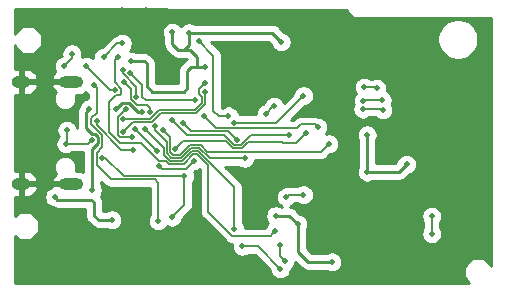
<source format=gbr>
%TF.GenerationSoftware,KiCad,Pcbnew,5.1.9-73d0e3b20d~88~ubuntu20.04.1*%
%TF.CreationDate,2021-02-21T20:05:17+08:00*%
%TF.ProjectId,weather_wifi,77656174-6865-4725-9f77-6966692e6b69,1.0*%
%TF.SameCoordinates,Original*%
%TF.FileFunction,Copper,L2,Bot*%
%TF.FilePolarity,Positive*%
%FSLAX46Y46*%
G04 Gerber Fmt 4.6, Leading zero omitted, Abs format (unit mm)*
G04 Created by KiCad (PCBNEW 5.1.9-73d0e3b20d~88~ubuntu20.04.1) date 2021-02-21 20:05:17*
%MOMM*%
%LPD*%
G01*
G04 APERTURE LIST*
%TA.AperFunction,ComponentPad*%
%ADD10O,2.100000X1.000000*%
%TD*%
%TA.AperFunction,ComponentPad*%
%ADD11O,1.600000X1.000000*%
%TD*%
%TA.AperFunction,ViaPad*%
%ADD12C,0.500000*%
%TD*%
%TA.AperFunction,Conductor*%
%ADD13C,0.254000*%
%TD*%
%TA.AperFunction,Conductor*%
%ADD14C,0.127000*%
%TD*%
%TA.AperFunction,Conductor*%
%ADD15C,0.100000*%
%TD*%
G04 APERTURE END LIST*
D10*
%TO.P,J2,S1*%
%TO.N,GND*%
X48825000Y-50290000D03*
X48825000Y-58930000D03*
D11*
X44645000Y-50290000D03*
X44645000Y-58930000D03*
%TD*%
D12*
%TO.N,GND*%
X54170580Y-59517280D03*
X75252580Y-54754780D03*
X79253080Y-55961280D03*
X79189580Y-55008780D03*
X52710080Y-59517280D03*
X57599580Y-49992280D03*
X57726580Y-48531780D03*
X56459120Y-50068480D03*
X69791580Y-62247780D03*
X65928240Y-58028840D03*
X55173880Y-44211240D03*
X51709320Y-45567600D03*
X62031880Y-51673760D03*
X64678560Y-48895000D03*
X79253080Y-57790080D03*
X53162200Y-44241720D03*
X50140020Y-51516700D03*
X46542960Y-45018960D03*
X46258480Y-60934600D03*
X51531520Y-63591440D03*
X50352960Y-63571120D03*
X78165960Y-61676280D03*
X53314600Y-63220600D03*
X62260480Y-44663360D03*
X55346600Y-63957200D03*
X75316080Y-56278780D03*
%TO.N,VBUS*%
X47447200Y-60045600D03*
X52298602Y-61950600D03*
%TO.N,+3V3*%
X50647600Y-59415680D03*
X70934500Y-65521000D03*
X77246480Y-57277000D03*
X68036440Y-62311280D03*
X60152280Y-49006760D03*
X53915880Y-48526000D03*
X57424320Y-46095920D03*
X58831480Y-46121320D03*
X66156840Y-61610240D03*
X66649600Y-46898560D03*
X51592480Y-48200260D03*
X53192680Y-47025560D03*
X52622132Y-52603165D03*
X50361726Y-52561165D03*
X54844322Y-52860291D03*
X73919080Y-54754780D03*
X73919080Y-57929780D03*
%TO.N,reset*%
X59710320Y-46868080D03*
X56329580Y-57421780D03*
X59241453Y-56989501D03*
X62171580Y-53167280D03*
%TO.N,gpio_16*%
X48244760Y-48945800D03*
X48905160Y-47904400D03*
X79380080Y-63136780D03*
X79380080Y-61676280D03*
%TO.N,gpio_14*%
X56220360Y-62067440D03*
X50749200Y-50586640D03*
%TO.N,gpio_4*%
X53526143Y-52594107D03*
X54035960Y-54982290D03*
X57663080Y-55961276D03*
X75189080Y-51833780D03*
X73601580Y-51897280D03*
X68775580Y-54627780D03*
%TO.N,gpio_5*%
X60139580Y-53167280D03*
X73538080Y-52595780D03*
X75252580Y-52659280D03*
X69728080Y-54119780D03*
%TO.N,gpio_13*%
X63332000Y-64221000D03*
X53223160Y-49301400D03*
X54350024Y-51553059D03*
X55106501Y-54288727D03*
X62679580Y-62755780D03*
X66566712Y-66122888D03*
%TO.N,gpio_12*%
X52796440Y-48178720D03*
X66133860Y-62921000D03*
X66934080Y-65486280D03*
X66502280Y-64101980D03*
%TO.N,/TFT_LEDA+*%
X73669081Y-50733960D03*
X74723092Y-50839266D03*
%TO.N,/USB_DP+*%
X48484606Y-54360000D03*
X48402240Y-55534560D03*
X50596011Y-55234469D03*
%TO.N,gpio_0*%
X50139600Y-48958500D03*
X52555633Y-50963729D03*
X54297580Y-54246780D03*
X56159401Y-56151769D03*
X68521580Y-59834780D03*
X67061080Y-60025280D03*
%TO.N,DTR*%
X58445400Y-58293000D03*
X57414160Y-61737240D03*
X51440080Y-56723280D03*
%TO.N,gpio_2*%
X53307919Y-50263121D03*
X68519040Y-51450240D03*
X62616080Y-53738780D03*
X55494130Y-52876586D03*
%TO.N,u0rx*%
X60192925Y-51145445D03*
X53248560Y-54541780D03*
%TO.N,u0tx*%
X60198000Y-50378360D03*
X53243480Y-53472080D03*
%TO.N,Net-(R6-Pad2)*%
X54107080Y-56027320D03*
X51013360Y-53583840D03*
%TO.N,gpio_15*%
X53842920Y-49499520D03*
X59329320Y-51856640D03*
X66045080Y-52341780D03*
X65346580Y-52976780D03*
%TO.N,sd_io2*%
X63535560Y-56758840D03*
X55980886Y-54001166D03*
%TO.N,sd_io3*%
X56621342Y-54336018D03*
X70680580Y-55516780D03*
%TO.N,sd_io0*%
X57409080Y-53484780D03*
X67315080Y-54754780D03*
%TO.N,sd_io1*%
X62870080Y-55199280D03*
X58361580Y-53802280D03*
%TD*%
D13*
%TO.N,GND*%
X50140020Y-51516700D02*
X49788660Y-51516700D01*
X75163680Y-56189880D02*
X75252580Y-56278780D01*
X75252580Y-56278780D02*
X75316080Y-56278780D01*
%TO.N,VBUS*%
X47447200Y-60045600D02*
X47650400Y-60248800D01*
X47650400Y-60248800D02*
X50571400Y-60248800D01*
X50571400Y-60248800D02*
X50774600Y-60452000D01*
X50774600Y-60452000D02*
X50774600Y-61569600D01*
X50774600Y-61569600D02*
X50901600Y-61696600D01*
D14*
X52273202Y-61976000D02*
X52298602Y-61950600D01*
D13*
X51181000Y-61976000D02*
X52273202Y-61976000D01*
X50901600Y-61696600D02*
X51181000Y-61976000D01*
%TO.N,+3V3*%
X68904280Y-65521000D02*
X70291120Y-65521000D01*
X68036440Y-64653160D02*
X68904280Y-65521000D01*
X68036440Y-62311280D02*
X68036440Y-64653160D01*
X70291120Y-65521000D02*
X70934500Y-65521000D01*
X70042200Y-65521000D02*
X70291120Y-65521000D01*
X53915880Y-48526000D02*
X55053800Y-48526000D01*
X55053800Y-48526000D02*
X55250080Y-48722280D01*
X55250080Y-48722280D02*
X55250080Y-50627280D01*
X55250080Y-50627280D02*
X55732680Y-51109880D01*
X55732680Y-51109880D02*
X58394600Y-51109880D01*
X58394600Y-51109880D02*
X58679080Y-50825400D01*
X58679080Y-50825400D02*
X58679080Y-49326800D01*
X58679080Y-49326800D02*
X58999120Y-49006760D01*
X57424320Y-46095920D02*
X57424320Y-47071280D01*
X57424320Y-47071280D02*
X57927240Y-47574200D01*
X57927240Y-47574200D02*
X58409840Y-47574200D01*
X58831480Y-47152560D02*
X58831480Y-46121320D01*
X58409840Y-47574200D02*
X58831480Y-47152560D01*
X58409840Y-47574200D02*
X58948320Y-47574200D01*
X59537600Y-48163480D02*
X59537600Y-49006760D01*
X58948320Y-47574200D02*
X59537600Y-48163480D01*
X59537600Y-49006760D02*
X60152280Y-49006760D01*
X58999120Y-49006760D02*
X59537600Y-49006760D01*
X68036440Y-62311280D02*
X67335400Y-61610240D01*
X67335400Y-61610240D02*
X66156840Y-61610240D01*
X58831480Y-46121320D02*
X60452000Y-46121320D01*
X65872360Y-46121320D02*
X66649600Y-46898560D01*
X60452000Y-46121320D02*
X65872360Y-46121320D01*
D14*
X52767180Y-47025560D02*
X53192680Y-47025560D01*
X51592480Y-48200260D02*
X52767180Y-47025560D01*
D13*
X50111727Y-54162843D02*
X50111727Y-52811164D01*
X51123012Y-55487430D02*
X51123012Y-54981508D01*
X50656352Y-54707468D02*
X50111727Y-54162843D01*
X50647600Y-55962842D02*
X51123012Y-55487430D01*
X50848972Y-54707468D02*
X50656352Y-54707468D01*
X51123012Y-54981508D02*
X50848972Y-54707468D01*
X50111727Y-52811164D02*
X50361726Y-52561165D01*
X50647600Y-59415680D02*
X50647600Y-55962842D01*
X54552725Y-52860291D02*
X54844322Y-52860291D01*
X53759539Y-52067105D02*
X54552725Y-52860291D01*
X53158192Y-52067105D02*
X53759539Y-52067105D01*
X52622132Y-52603165D02*
X53158192Y-52067105D01*
X76593700Y-57929780D02*
X73919080Y-57929780D01*
X77246480Y-57277000D02*
X76593700Y-57929780D01*
X73919080Y-54754780D02*
X73919080Y-57929780D01*
D14*
%TO.N,reset*%
X56329580Y-57421780D02*
X56579579Y-57671779D01*
X56579579Y-57671779D02*
X58559175Y-57671779D01*
X58559175Y-57671779D02*
X59241453Y-56989501D01*
X61346080Y-53167280D02*
X62171580Y-53167280D01*
X60901580Y-52722780D02*
X61346080Y-53167280D01*
X60901580Y-48059340D02*
X60901580Y-52722780D01*
X59710320Y-46868080D02*
X60901580Y-48059340D01*
%TO.N,gpio_16*%
X48244760Y-48945800D02*
X48905160Y-48285400D01*
X48905160Y-48285400D02*
X48905160Y-47904400D01*
X79380080Y-63136780D02*
X79380080Y-61676280D01*
%TO.N,gpio_14*%
X50999199Y-52905417D02*
X50552538Y-53352078D01*
X50999199Y-50836639D02*
X50999199Y-52905417D01*
X50749200Y-50586640D02*
X50999199Y-50836639D01*
X50552538Y-53867238D02*
X50552538Y-53737322D01*
X51463522Y-54778222D02*
X50552538Y-53867238D01*
X51463522Y-55810838D02*
X51463522Y-54778222D01*
X50999579Y-56274781D02*
X51463522Y-55810838D01*
X50999579Y-57339601D02*
X50999579Y-56274781D01*
X52206988Y-58547010D02*
X50999579Y-57339601D01*
X55930810Y-58547010D02*
X52206988Y-58547010D01*
X56220360Y-58836560D02*
X55930810Y-58547010D01*
X56220360Y-62067440D02*
X56220360Y-58836560D01*
X50552538Y-53352078D02*
X50552538Y-53737322D01*
%TO.N,gpio_4*%
X66827396Y-55473604D02*
X66827400Y-55473600D01*
X53484751Y-52594107D02*
X52802979Y-53275879D01*
X53526143Y-52594107D02*
X53484751Y-52594107D01*
X52802979Y-53275879D02*
X52802979Y-54819238D01*
X52802979Y-54819238D02*
X52966031Y-54982290D01*
X52966031Y-54982290D02*
X54035960Y-54982290D01*
X63817792Y-55389737D02*
X63313736Y-55893793D01*
X58294075Y-55330281D02*
X57663080Y-55961276D01*
X61989912Y-55330281D02*
X58294075Y-55330281D01*
X66827396Y-55473604D02*
X66743529Y-55389737D01*
X62553424Y-55893793D02*
X61989912Y-55330281D01*
X66743529Y-55389737D02*
X63817792Y-55389737D01*
X63313736Y-55893793D02*
X62553424Y-55893793D01*
X75189080Y-51833780D02*
X73665080Y-51833780D01*
X73665080Y-51833780D02*
X73601580Y-51897280D01*
X67929756Y-55473604D02*
X68775580Y-54627780D01*
X66827396Y-55473604D02*
X67929756Y-55473604D01*
%TO.N,gpio_5*%
X73538080Y-52595780D02*
X75189080Y-52595780D01*
X75189080Y-52595780D02*
X75252580Y-52659280D01*
X61151581Y-54179281D02*
X67967615Y-54179281D01*
X68277115Y-53869781D02*
X69478081Y-53869781D01*
X69478081Y-53869781D02*
X69728080Y-54119780D01*
X60139580Y-53167280D02*
X61151581Y-54179281D01*
X67967615Y-54179281D02*
X68277115Y-53869781D01*
%TO.N,gpio_13*%
X53223160Y-49555400D02*
X54350024Y-50682264D01*
X54350024Y-50682264D02*
X54350024Y-51553059D01*
X53223160Y-49301400D02*
X53223160Y-49555400D01*
X59096982Y-56151770D02*
X59609795Y-56151770D01*
X62679580Y-59221555D02*
X62679580Y-62755780D01*
X55106501Y-54288727D02*
X56714557Y-55896783D01*
X56714557Y-55896783D02*
X56714557Y-56446649D01*
X56714557Y-56446649D02*
X57241211Y-56973303D01*
X57241211Y-56973303D02*
X58275449Y-56973303D01*
X59609795Y-56151770D02*
X62679580Y-59221555D01*
X58275449Y-56973303D02*
X59096982Y-56151770D01*
X63332000Y-64221000D02*
X64664824Y-64221000D01*
X64664824Y-64221000D02*
X66566712Y-66122888D01*
%TO.N,gpio_12*%
X52080160Y-52572920D02*
X52105560Y-52572920D01*
X52546441Y-48428719D02*
X52796440Y-48178720D01*
X52546441Y-50331561D02*
X52546441Y-48428719D01*
X53091080Y-50876200D02*
X52546441Y-50331561D01*
X53091080Y-51287680D02*
X53091080Y-50876200D01*
X52080160Y-51978560D02*
X52669440Y-51389280D01*
X52989480Y-51389280D02*
X53091080Y-51287680D01*
X52080160Y-52572920D02*
X52080160Y-51978560D01*
X52669440Y-51389280D02*
X52989480Y-51389280D01*
X56881998Y-56973314D02*
X57135997Y-57227314D01*
X56329000Y-56973314D02*
X56881998Y-56973314D01*
X59504581Y-56405781D02*
X60461618Y-57362818D01*
X57135997Y-57227314D02*
X58380663Y-57227314D01*
X59202196Y-56405781D02*
X59504581Y-56405781D01*
X52080160Y-52572920D02*
X52080160Y-54530176D01*
X58380663Y-57227314D02*
X59202196Y-56405781D01*
X54778486Y-55422800D02*
X56329000Y-56973314D01*
X65731579Y-63323281D02*
X65883861Y-63170999D01*
X62468139Y-63323281D02*
X65731579Y-63323281D01*
X60461618Y-57362818D02*
X60461618Y-61316760D01*
X65883861Y-63170999D02*
X66133860Y-62921000D01*
X60461618Y-61316760D02*
X62468139Y-63323281D01*
X52972784Y-55422800D02*
X54778486Y-55422800D01*
X52080160Y-54530176D02*
X52972784Y-55422800D01*
X66934080Y-65486280D02*
X66502280Y-65054480D01*
X66502280Y-65054480D02*
X66502280Y-64101980D01*
%TO.N,/TFT_LEDA+*%
X74617786Y-50733960D02*
X74723092Y-50839266D01*
X73669081Y-50733960D02*
X74617786Y-50733960D01*
%TO.N,/USB_DP+*%
X48484606Y-54360000D02*
X48484606Y-55452194D01*
X48484606Y-55452194D02*
X48402240Y-55534560D01*
X50295920Y-55534560D02*
X50596011Y-55234469D01*
X48402240Y-55534560D02*
X50295920Y-55534560D01*
%TO.N,gpio_0*%
X52144829Y-50963729D02*
X52555633Y-50963729D01*
X50139600Y-48958500D02*
X52144829Y-50963729D01*
X54297580Y-54246780D02*
X56159401Y-56108601D01*
X56159401Y-56108601D02*
X56159401Y-56151769D01*
X67251580Y-59834780D02*
X67061080Y-60025280D01*
X68521580Y-59834780D02*
X67251580Y-59834780D01*
%TO.N,DTR*%
X58445400Y-58293000D02*
X58445400Y-60706000D01*
X58445400Y-60706000D02*
X57414160Y-61737240D01*
X53299851Y-58293000D02*
X51730131Y-56723280D01*
X58445400Y-58293000D02*
X53299851Y-58293000D01*
X51730131Y-56723280D02*
X51440080Y-56723280D01*
%TO.N,gpio_2*%
X68519040Y-51450240D02*
X66230500Y-53738780D01*
X66230500Y-53738780D02*
X62616080Y-53738780D01*
X54447189Y-52273200D02*
X55244297Y-52273200D01*
X53307919Y-50263121D02*
X53900583Y-50855785D01*
X55494130Y-52523033D02*
X55494130Y-52876586D01*
X53900583Y-51726594D02*
X54447189Y-52273200D01*
X53900583Y-50855785D02*
X53900583Y-51726594D01*
X55244297Y-52273200D02*
X55494130Y-52523033D01*
%TO.N,u0rx*%
X55657766Y-53695150D02*
X54095190Y-53695150D01*
X56435637Y-52917279D02*
X55657766Y-53695150D01*
X59432001Y-52917279D02*
X56435637Y-52917279D01*
X60192925Y-51145445D02*
X60192925Y-52156355D01*
X60192925Y-52156355D02*
X59432001Y-52917279D01*
X54095190Y-53695150D02*
X53248560Y-54541780D01*
%TO.N,u0tx*%
X60040520Y-50535840D02*
X60198000Y-50378360D01*
X60150578Y-50378360D02*
X60198000Y-50378360D01*
X59679840Y-51353720D02*
X59923680Y-51597560D01*
X59923680Y-52054760D02*
X59315172Y-52663268D01*
X55553171Y-53440521D02*
X53275039Y-53440521D01*
X59923680Y-51597560D02*
X59923680Y-52054760D01*
X59315172Y-52663268D02*
X56330424Y-52663268D01*
X60198000Y-50378360D02*
X59679840Y-50896520D01*
X53275039Y-53440521D02*
X53243480Y-53472080D01*
X59679840Y-50896520D02*
X59679840Y-51353720D01*
X56330424Y-52663268D02*
X55553171Y-53440521D01*
%TO.N,Net-(R6-Pad2)*%
X53098207Y-56027320D02*
X51013360Y-53942473D01*
X54107080Y-56027320D02*
X53098207Y-56027320D01*
X51013360Y-53942473D02*
X51013360Y-53583840D01*
%TO.N,gpio_15*%
X53842920Y-49499520D02*
X54874159Y-50530759D01*
X55168800Y-51856640D02*
X58975767Y-51856640D01*
X54874159Y-51561999D02*
X55168800Y-51856640D01*
X58975767Y-51856640D02*
X59329320Y-51856640D01*
X54874159Y-50530759D02*
X54874159Y-51561999D01*
X65981580Y-52341780D02*
X65346580Y-52976780D01*
X66045080Y-52341780D02*
X65981580Y-52341780D01*
%TO.N,sd_io2*%
X55980886Y-54354719D02*
X55980886Y-54001166D01*
X58991768Y-55897759D02*
X58170235Y-56719292D01*
X58170235Y-56719292D02*
X57346423Y-56719292D01*
X59715009Y-55897759D02*
X58991768Y-55897759D01*
X56968566Y-56341435D02*
X56968566Y-55342399D01*
X63535560Y-56758840D02*
X60576090Y-56758840D01*
X57346423Y-56719292D02*
X56968566Y-56341435D01*
X56968566Y-55342399D02*
X55980886Y-54354719D01*
X60576090Y-56758840D02*
X59715009Y-55897759D01*
%TO.N,sd_io3*%
X69986081Y-56211279D02*
X70680580Y-55516780D01*
X56621342Y-54336018D02*
X57222577Y-54937253D01*
X57222577Y-56236221D02*
X57451637Y-56465281D01*
X57222577Y-54937253D02*
X57222577Y-56236221D01*
X58886554Y-55643748D02*
X59820223Y-55643748D01*
X57451637Y-56465281D02*
X58065021Y-56465281D01*
X58065021Y-56465281D02*
X58886554Y-55643748D01*
X59820223Y-55643748D02*
X60387754Y-56211279D01*
X60387754Y-56211279D02*
X69986081Y-56211279D01*
%TO.N,sd_io0*%
X58691780Y-54767480D02*
X61786336Y-54767480D01*
X64093524Y-54754780D02*
X67315080Y-54754780D01*
X62658638Y-55639782D02*
X63208522Y-55639782D01*
X63208522Y-55639782D02*
X64093524Y-54754780D01*
X57409080Y-53484780D02*
X58691780Y-54767480D01*
X61786336Y-54767480D02*
X62658638Y-55639782D01*
%TO.N,sd_io1*%
X58992591Y-54433291D02*
X58361580Y-53802280D01*
X62870080Y-55199280D02*
X62104091Y-54433291D01*
X62104091Y-54433291D02*
X58992591Y-54433291D01*
%TD*%
D13*
%TO.N,GND*%
X56897637Y-44133403D02*
X56916883Y-44149197D01*
X56938839Y-44160933D01*
X56962664Y-44168160D01*
X56987440Y-44170600D01*
X72236907Y-44170600D01*
X72234405Y-44196000D01*
X72247156Y-44325461D01*
X72284918Y-44449947D01*
X72346241Y-44564674D01*
X72428767Y-44665233D01*
X72529326Y-44747759D01*
X72644053Y-44809082D01*
X72768539Y-44846844D01*
X72865561Y-44856400D01*
X72898000Y-44859595D01*
X72930439Y-44856400D01*
X84429600Y-44856400D01*
X84429601Y-65896646D01*
X84390255Y-65801656D01*
X84257726Y-65603312D01*
X84089048Y-65434634D01*
X83890704Y-65302105D01*
X83670316Y-65210818D01*
X83436353Y-65164280D01*
X83197807Y-65164280D01*
X82963844Y-65210818D01*
X82743456Y-65302105D01*
X82545112Y-65434634D01*
X82376434Y-65603312D01*
X82243905Y-65801656D01*
X82152618Y-66022044D01*
X82106080Y-66256007D01*
X82106080Y-66494553D01*
X82152618Y-66728516D01*
X82243905Y-66948904D01*
X82376434Y-67147248D01*
X82508706Y-67279520D01*
X44094400Y-67279520D01*
X44094400Y-63333014D01*
X44186032Y-63424646D01*
X44384376Y-63557175D01*
X44604764Y-63648462D01*
X44838727Y-63695000D01*
X45077273Y-63695000D01*
X45311236Y-63648462D01*
X45531624Y-63557175D01*
X45729968Y-63424646D01*
X45898646Y-63255968D01*
X46031175Y-63057624D01*
X46122462Y-62837236D01*
X46169000Y-62603273D01*
X46169000Y-62364727D01*
X46122462Y-62130764D01*
X46031175Y-61910376D01*
X45898646Y-61712032D01*
X45729968Y-61543354D01*
X45531624Y-61410825D01*
X45311236Y-61319538D01*
X45077273Y-61273000D01*
X44838727Y-61273000D01*
X44604764Y-61319538D01*
X44384376Y-61410825D01*
X44186032Y-61543354D01*
X44094400Y-61634986D01*
X44094400Y-60038707D01*
X44218000Y-60065000D01*
X44518000Y-60065000D01*
X44518000Y-59057000D01*
X44772000Y-59057000D01*
X44772000Y-60065000D01*
X45072000Y-60065000D01*
X45290987Y-60018415D01*
X45430530Y-59958435D01*
X46562200Y-59958435D01*
X46562200Y-60132765D01*
X46596210Y-60303745D01*
X46662923Y-60464805D01*
X46759776Y-60609755D01*
X46883045Y-60733024D01*
X47027995Y-60829877D01*
X47189055Y-60896590D01*
X47279527Y-60914586D01*
X47357385Y-60956202D01*
X47501022Y-60999774D01*
X47612974Y-61010800D01*
X47612976Y-61010800D01*
X47650399Y-61014486D01*
X47687822Y-61010800D01*
X50012600Y-61010800D01*
X50012601Y-61532167D01*
X50008914Y-61569600D01*
X50023627Y-61718978D01*
X50067199Y-61862615D01*
X50137955Y-61994992D01*
X50198164Y-62068356D01*
X50233179Y-62111022D01*
X50262249Y-62134879D01*
X50615716Y-62488346D01*
X50639578Y-62517422D01*
X50755608Y-62612645D01*
X50887985Y-62683402D01*
X51031622Y-62726974D01*
X51143574Y-62738000D01*
X51143576Y-62738000D01*
X51180999Y-62741686D01*
X51218422Y-62738000D01*
X51886937Y-62738000D01*
X52040457Y-62801590D01*
X52211437Y-62835600D01*
X52385767Y-62835600D01*
X52556747Y-62801590D01*
X52717807Y-62734877D01*
X52862757Y-62638024D01*
X52986026Y-62514755D01*
X53082879Y-62369805D01*
X53149592Y-62208745D01*
X53183602Y-62037765D01*
X53183602Y-61863435D01*
X53149592Y-61692455D01*
X53082879Y-61531395D01*
X52986026Y-61386445D01*
X52862757Y-61263176D01*
X52717807Y-61166323D01*
X52556747Y-61099610D01*
X52385767Y-61065600D01*
X52211437Y-61065600D01*
X52040457Y-61099610D01*
X51879397Y-61166323D01*
X51808044Y-61214000D01*
X51536600Y-61214000D01*
X51536600Y-60489422D01*
X51540286Y-60451999D01*
X51536600Y-60414574D01*
X51525574Y-60302622D01*
X51482002Y-60158985D01*
X51411245Y-60026608D01*
X51352004Y-59954423D01*
X51431877Y-59834885D01*
X51498590Y-59673825D01*
X51532600Y-59502845D01*
X51532600Y-59328515D01*
X51498590Y-59157535D01*
X51431877Y-58996475D01*
X51409600Y-58963135D01*
X51409600Y-58737450D01*
X51688821Y-59016672D01*
X51710685Y-59043313D01*
X51737325Y-59065176D01*
X51737333Y-59065184D01*
X51817044Y-59130601D01*
X51921304Y-59186329D01*
X51938391Y-59195462D01*
X52070058Y-59235403D01*
X52172679Y-59245510D01*
X52172689Y-59245510D01*
X52206987Y-59248888D01*
X52241285Y-59245510D01*
X55521861Y-59245510D01*
X55521860Y-61519861D01*
X55436083Y-61648235D01*
X55369370Y-61809295D01*
X55335360Y-61980275D01*
X55335360Y-62154605D01*
X55369370Y-62325585D01*
X55436083Y-62486645D01*
X55532936Y-62631595D01*
X55656205Y-62754864D01*
X55801155Y-62851717D01*
X55962215Y-62918430D01*
X56133195Y-62952440D01*
X56307525Y-62952440D01*
X56478505Y-62918430D01*
X56639565Y-62851717D01*
X56784515Y-62754864D01*
X56907784Y-62631595D01*
X56985540Y-62515226D01*
X56994955Y-62521517D01*
X57156015Y-62588230D01*
X57326995Y-62622240D01*
X57501325Y-62622240D01*
X57672305Y-62588230D01*
X57833365Y-62521517D01*
X57978315Y-62424664D01*
X58101584Y-62301395D01*
X58198437Y-62156445D01*
X58265150Y-61995385D01*
X58295271Y-61843956D01*
X58915057Y-61224171D01*
X58941703Y-61202303D01*
X58963571Y-61175657D01*
X58963574Y-61175654D01*
X59028991Y-61095943D01*
X59053646Y-61049816D01*
X59093852Y-60974597D01*
X59133793Y-60842930D01*
X59143900Y-60740309D01*
X59143900Y-60740298D01*
X59147278Y-60706000D01*
X59143900Y-60671702D01*
X59143900Y-58840579D01*
X59229677Y-58712205D01*
X59296390Y-58551145D01*
X59330400Y-58380165D01*
X59330400Y-58205835D01*
X59296390Y-58034855D01*
X59263450Y-57955331D01*
X59348169Y-57870612D01*
X59499598Y-57840491D01*
X59660658Y-57773778D01*
X59763118Y-57705316D01*
X59763119Y-61282452D01*
X59759740Y-61316760D01*
X59763119Y-61351068D01*
X59763119Y-61351069D01*
X59770527Y-61426280D01*
X59773226Y-61453689D01*
X59813167Y-61585358D01*
X59878027Y-61706703D01*
X59943444Y-61786413D01*
X59943448Y-61786417D01*
X59965316Y-61813063D01*
X59991962Y-61834931D01*
X61949973Y-63792944D01*
X61971836Y-63819584D01*
X61998476Y-63841447D01*
X61998484Y-63841455D01*
X62078195Y-63906872D01*
X62150948Y-63945759D01*
X62199542Y-63971733D01*
X62331209Y-64011674D01*
X62433830Y-64021781D01*
X62433840Y-64021781D01*
X62468138Y-64025159D01*
X62468627Y-64025111D01*
X62447000Y-64133835D01*
X62447000Y-64308165D01*
X62481010Y-64479145D01*
X62547723Y-64640205D01*
X62644576Y-64785155D01*
X62767845Y-64908424D01*
X62912795Y-65005277D01*
X63073855Y-65071990D01*
X63244835Y-65106000D01*
X63419165Y-65106000D01*
X63590145Y-65071990D01*
X63751205Y-65005277D01*
X63879579Y-64919500D01*
X64375497Y-64919500D01*
X65685601Y-66229605D01*
X65715722Y-66381033D01*
X65782435Y-66542093D01*
X65879288Y-66687043D01*
X66002557Y-66810312D01*
X66147507Y-66907165D01*
X66308567Y-66973878D01*
X66479547Y-67007888D01*
X66653877Y-67007888D01*
X66824857Y-66973878D01*
X66985917Y-66907165D01*
X67130867Y-66810312D01*
X67254136Y-66687043D01*
X67350989Y-66542093D01*
X67417702Y-66381033D01*
X67451712Y-66210053D01*
X67451712Y-66204790D01*
X67498235Y-66173704D01*
X67621504Y-66050435D01*
X67718357Y-65905485D01*
X67785070Y-65744425D01*
X67819080Y-65573445D01*
X67819080Y-65513430D01*
X68339001Y-66033351D01*
X68362858Y-66062422D01*
X68478888Y-66157645D01*
X68611265Y-66228402D01*
X68754902Y-66271974D01*
X68866854Y-66283000D01*
X68866856Y-66283000D01*
X68904279Y-66286686D01*
X68941702Y-66283000D01*
X70481955Y-66283000D01*
X70515295Y-66305277D01*
X70676355Y-66371990D01*
X70847335Y-66406000D01*
X71021665Y-66406000D01*
X71192645Y-66371990D01*
X71353705Y-66305277D01*
X71498655Y-66208424D01*
X71621924Y-66085155D01*
X71718777Y-65940205D01*
X71785490Y-65779145D01*
X71819500Y-65608165D01*
X71819500Y-65433835D01*
X71785490Y-65262855D01*
X71718777Y-65101795D01*
X71621924Y-64956845D01*
X71498655Y-64833576D01*
X71353705Y-64736723D01*
X71192645Y-64670010D01*
X71021665Y-64636000D01*
X70847335Y-64636000D01*
X70676355Y-64670010D01*
X70515295Y-64736723D01*
X70481955Y-64759000D01*
X69219911Y-64759000D01*
X68798440Y-64337530D01*
X68798440Y-62763825D01*
X68820717Y-62730485D01*
X68887430Y-62569425D01*
X68921440Y-62398445D01*
X68921440Y-62224115D01*
X68887430Y-62053135D01*
X68820717Y-61892075D01*
X68723864Y-61747125D01*
X68600595Y-61623856D01*
X68548602Y-61589115D01*
X78495080Y-61589115D01*
X78495080Y-61763445D01*
X78529090Y-61934425D01*
X78595803Y-62095485D01*
X78681581Y-62223860D01*
X78681580Y-62589201D01*
X78595803Y-62717575D01*
X78529090Y-62878635D01*
X78495080Y-63049615D01*
X78495080Y-63223945D01*
X78529090Y-63394925D01*
X78595803Y-63555985D01*
X78692656Y-63700935D01*
X78815925Y-63824204D01*
X78960875Y-63921057D01*
X79121935Y-63987770D01*
X79292915Y-64021780D01*
X79467245Y-64021780D01*
X79638225Y-63987770D01*
X79799285Y-63921057D01*
X79944235Y-63824204D01*
X80067504Y-63700935D01*
X80164357Y-63555985D01*
X80231070Y-63394925D01*
X80265080Y-63223945D01*
X80265080Y-63049615D01*
X80231070Y-62878635D01*
X80164357Y-62717575D01*
X80078580Y-62589201D01*
X80078580Y-62223859D01*
X80164357Y-62095485D01*
X80231070Y-61934425D01*
X80265080Y-61763445D01*
X80265080Y-61589115D01*
X80231070Y-61418135D01*
X80164357Y-61257075D01*
X80067504Y-61112125D01*
X79944235Y-60988856D01*
X79799285Y-60892003D01*
X79638225Y-60825290D01*
X79467245Y-60791280D01*
X79292915Y-60791280D01*
X79121935Y-60825290D01*
X78960875Y-60892003D01*
X78815925Y-60988856D01*
X78692656Y-61112125D01*
X78595803Y-61257075D01*
X78529090Y-61418135D01*
X78495080Y-61589115D01*
X68548602Y-61589115D01*
X68455645Y-61527003D01*
X68294585Y-61460290D01*
X68255258Y-61452467D01*
X67900683Y-61097893D01*
X67876822Y-61068818D01*
X67760792Y-60973595D01*
X67628415Y-60902838D01*
X67484778Y-60859266D01*
X67384193Y-60849360D01*
X67480285Y-60809557D01*
X67625235Y-60712704D01*
X67748504Y-60589435D01*
X67786026Y-60533280D01*
X67974001Y-60533280D01*
X68102375Y-60619057D01*
X68263435Y-60685770D01*
X68434415Y-60719780D01*
X68608745Y-60719780D01*
X68779725Y-60685770D01*
X68940785Y-60619057D01*
X69085735Y-60522204D01*
X69209004Y-60398935D01*
X69305857Y-60253985D01*
X69372570Y-60092925D01*
X69406580Y-59921945D01*
X69406580Y-59747615D01*
X69372570Y-59576635D01*
X69305857Y-59415575D01*
X69209004Y-59270625D01*
X69085735Y-59147356D01*
X68940785Y-59050503D01*
X68779725Y-58983790D01*
X68608745Y-58949780D01*
X68434415Y-58949780D01*
X68263435Y-58983790D01*
X68102375Y-59050503D01*
X67974001Y-59136280D01*
X67285878Y-59136280D01*
X67251580Y-59132902D01*
X67217282Y-59136280D01*
X67217271Y-59136280D01*
X67157654Y-59142152D01*
X67148245Y-59140280D01*
X66973915Y-59140280D01*
X66802935Y-59174290D01*
X66641875Y-59241003D01*
X66496925Y-59337856D01*
X66373656Y-59461125D01*
X66276803Y-59606075D01*
X66210090Y-59767135D01*
X66176080Y-59938115D01*
X66176080Y-60112445D01*
X66210090Y-60283425D01*
X66276803Y-60444485D01*
X66373656Y-60589435D01*
X66496925Y-60712704D01*
X66641875Y-60809557D01*
X66735264Y-60848240D01*
X66609385Y-60848240D01*
X66576045Y-60825963D01*
X66414985Y-60759250D01*
X66244005Y-60725240D01*
X66069675Y-60725240D01*
X65898695Y-60759250D01*
X65737635Y-60825963D01*
X65592685Y-60922816D01*
X65469416Y-61046085D01*
X65372563Y-61191035D01*
X65305850Y-61352095D01*
X65271840Y-61523075D01*
X65271840Y-61697405D01*
X65305850Y-61868385D01*
X65372563Y-62029445D01*
X65469416Y-62174395D01*
X65549151Y-62254130D01*
X65446436Y-62356845D01*
X65349583Y-62501795D01*
X65298641Y-62624781D01*
X63555861Y-62624781D01*
X63530570Y-62497635D01*
X63463857Y-62336575D01*
X63378080Y-62208201D01*
X63378080Y-59255853D01*
X63381458Y-59221555D01*
X63378080Y-59187257D01*
X63378080Y-59187246D01*
X63367973Y-59084625D01*
X63328032Y-58952958D01*
X63263171Y-58831612D01*
X63246397Y-58811173D01*
X63197754Y-58751901D01*
X63197747Y-58751894D01*
X63175882Y-58725252D01*
X63149242Y-58703389D01*
X61903193Y-57457340D01*
X62987981Y-57457340D01*
X63116355Y-57543117D01*
X63277415Y-57609830D01*
X63448395Y-57643840D01*
X63622725Y-57643840D01*
X63793705Y-57609830D01*
X63954765Y-57543117D01*
X64099715Y-57446264D01*
X64222984Y-57322995D01*
X64319837Y-57178045D01*
X64386550Y-57016985D01*
X64407875Y-56909779D01*
X69951783Y-56909779D01*
X69986081Y-56913157D01*
X70020379Y-56909779D01*
X70020390Y-56909779D01*
X70123011Y-56899672D01*
X70254678Y-56859731D01*
X70376024Y-56794870D01*
X70482384Y-56707582D01*
X70504256Y-56680931D01*
X70787296Y-56397891D01*
X70938725Y-56367770D01*
X71099785Y-56301057D01*
X71244735Y-56204204D01*
X71368004Y-56080935D01*
X71464857Y-55935985D01*
X71531570Y-55774925D01*
X71565580Y-55603945D01*
X71565580Y-55429615D01*
X71531570Y-55258635D01*
X71464857Y-55097575D01*
X71368004Y-54952625D01*
X71244735Y-54829356D01*
X71099785Y-54732503D01*
X70943131Y-54667615D01*
X73034080Y-54667615D01*
X73034080Y-54841945D01*
X73068090Y-55012925D01*
X73134803Y-55173985D01*
X73157080Y-55207325D01*
X73157081Y-57477234D01*
X73134803Y-57510575D01*
X73068090Y-57671635D01*
X73034080Y-57842615D01*
X73034080Y-58016945D01*
X73068090Y-58187925D01*
X73134803Y-58348985D01*
X73231656Y-58493935D01*
X73354925Y-58617204D01*
X73499875Y-58714057D01*
X73660935Y-58780770D01*
X73831915Y-58814780D01*
X74006245Y-58814780D01*
X74177225Y-58780770D01*
X74338285Y-58714057D01*
X74371625Y-58691780D01*
X76556277Y-58691780D01*
X76593700Y-58695466D01*
X76631123Y-58691780D01*
X76631126Y-58691780D01*
X76743078Y-58680754D01*
X76886715Y-58637182D01*
X77019092Y-58566425D01*
X77135122Y-58471202D01*
X77158983Y-58442127D01*
X77465298Y-58135813D01*
X77504625Y-58127990D01*
X77665685Y-58061277D01*
X77810635Y-57964424D01*
X77933904Y-57841155D01*
X78030757Y-57696205D01*
X78097470Y-57535145D01*
X78131480Y-57364165D01*
X78131480Y-57189835D01*
X78097470Y-57018855D01*
X78030757Y-56857795D01*
X77933904Y-56712845D01*
X77810635Y-56589576D01*
X77665685Y-56492723D01*
X77504625Y-56426010D01*
X77333645Y-56392000D01*
X77159315Y-56392000D01*
X76988335Y-56426010D01*
X76827275Y-56492723D01*
X76682325Y-56589576D01*
X76559056Y-56712845D01*
X76462203Y-56857795D01*
X76395490Y-57018855D01*
X76387667Y-57058182D01*
X76278070Y-57167780D01*
X74681080Y-57167780D01*
X74681080Y-55207325D01*
X74703357Y-55173985D01*
X74770070Y-55012925D01*
X74804080Y-54841945D01*
X74804080Y-54667615D01*
X74770070Y-54496635D01*
X74703357Y-54335575D01*
X74606504Y-54190625D01*
X74483235Y-54067356D01*
X74338285Y-53970503D01*
X74177225Y-53903790D01*
X74006245Y-53869780D01*
X73831915Y-53869780D01*
X73660935Y-53903790D01*
X73499875Y-53970503D01*
X73354925Y-54067356D01*
X73231656Y-54190625D01*
X73134803Y-54335575D01*
X73068090Y-54496635D01*
X73034080Y-54667615D01*
X70943131Y-54667615D01*
X70938725Y-54665790D01*
X70767745Y-54631780D01*
X70593415Y-54631780D01*
X70428424Y-54664599D01*
X70512357Y-54538985D01*
X70579070Y-54377925D01*
X70613080Y-54206945D01*
X70613080Y-54032615D01*
X70579070Y-53861635D01*
X70512357Y-53700575D01*
X70415504Y-53555625D01*
X70292235Y-53432356D01*
X70147285Y-53335503D01*
X69986225Y-53268790D01*
X69815245Y-53234780D01*
X69771843Y-53234780D01*
X69746678Y-53221329D01*
X69615011Y-53181388D01*
X69512390Y-53171281D01*
X69512379Y-53171281D01*
X69478081Y-53167903D01*
X69443783Y-53171281D01*
X68311412Y-53171281D01*
X68277114Y-53167903D01*
X68242816Y-53171281D01*
X68242806Y-53171281D01*
X68140185Y-53181388D01*
X68008518Y-53221329D01*
X68008516Y-53221330D01*
X67887172Y-53286190D01*
X67807461Y-53351607D01*
X67807458Y-53351610D01*
X67780812Y-53373478D01*
X67758944Y-53400125D01*
X67678287Y-53480781D01*
X67476326Y-53480781D01*
X68448492Y-52508615D01*
X72653080Y-52508615D01*
X72653080Y-52682945D01*
X72687090Y-52853925D01*
X72753803Y-53014985D01*
X72850656Y-53159935D01*
X72973925Y-53283204D01*
X73118875Y-53380057D01*
X73279935Y-53446770D01*
X73450915Y-53480780D01*
X73625245Y-53480780D01*
X73796225Y-53446770D01*
X73957285Y-53380057D01*
X74085659Y-53294280D01*
X74636001Y-53294280D01*
X74688425Y-53346704D01*
X74833375Y-53443557D01*
X74994435Y-53510270D01*
X75165415Y-53544280D01*
X75339745Y-53544280D01*
X75510725Y-53510270D01*
X75671785Y-53443557D01*
X75816735Y-53346704D01*
X75940004Y-53223435D01*
X76036857Y-53078485D01*
X76103570Y-52917425D01*
X76137580Y-52746445D01*
X76137580Y-52572115D01*
X76103570Y-52401135D01*
X76036857Y-52240075D01*
X76000958Y-52186349D01*
X76040070Y-52091925D01*
X76074080Y-51920945D01*
X76074080Y-51746615D01*
X76040070Y-51575635D01*
X75973357Y-51414575D01*
X75876504Y-51269625D01*
X75753235Y-51146356D01*
X75608285Y-51049503D01*
X75585490Y-51040061D01*
X75608092Y-50926431D01*
X75608092Y-50752101D01*
X75574082Y-50581121D01*
X75507369Y-50420061D01*
X75410516Y-50275111D01*
X75287247Y-50151842D01*
X75142297Y-50054989D01*
X74981237Y-49988276D01*
X74810257Y-49954266D01*
X74635927Y-49954266D01*
X74464947Y-49988276D01*
X74351034Y-50035460D01*
X74216660Y-50035460D01*
X74088286Y-49949683D01*
X73927226Y-49882970D01*
X73756246Y-49848960D01*
X73581916Y-49848960D01*
X73410936Y-49882970D01*
X73249876Y-49949683D01*
X73104926Y-50046536D01*
X72981657Y-50169805D01*
X72884804Y-50314755D01*
X72818091Y-50475815D01*
X72784081Y-50646795D01*
X72784081Y-50821125D01*
X72818091Y-50992105D01*
X72884804Y-51153165D01*
X72968643Y-51278638D01*
X72914156Y-51333125D01*
X72817303Y-51478075D01*
X72750590Y-51639135D01*
X72716580Y-51810115D01*
X72716580Y-51984445D01*
X72750590Y-52155425D01*
X72757228Y-52171450D01*
X72753803Y-52176575D01*
X72687090Y-52337635D01*
X72653080Y-52508615D01*
X68448492Y-52508615D01*
X68625757Y-52331351D01*
X68777185Y-52301230D01*
X68938245Y-52234517D01*
X69083195Y-52137664D01*
X69206464Y-52014395D01*
X69303317Y-51869445D01*
X69370030Y-51708385D01*
X69404040Y-51537405D01*
X69404040Y-51363075D01*
X69370030Y-51192095D01*
X69303317Y-51031035D01*
X69206464Y-50886085D01*
X69083195Y-50762816D01*
X68938245Y-50665963D01*
X68777185Y-50599250D01*
X68606205Y-50565240D01*
X68431875Y-50565240D01*
X68260895Y-50599250D01*
X68099835Y-50665963D01*
X67954885Y-50762816D01*
X67831616Y-50886085D01*
X67734763Y-51031035D01*
X67668050Y-51192095D01*
X67637929Y-51343523D01*
X66896360Y-52085093D01*
X66896070Y-52083635D01*
X66829357Y-51922575D01*
X66732504Y-51777625D01*
X66609235Y-51654356D01*
X66464285Y-51557503D01*
X66303225Y-51490790D01*
X66132245Y-51456780D01*
X65957915Y-51456780D01*
X65786935Y-51490790D01*
X65625875Y-51557503D01*
X65480925Y-51654356D01*
X65357656Y-51777625D01*
X65260803Y-51922575D01*
X65194090Y-52083635D01*
X65189712Y-52105645D01*
X65088435Y-52125790D01*
X64927375Y-52192503D01*
X64782425Y-52289356D01*
X64659156Y-52412625D01*
X64562303Y-52557575D01*
X64495590Y-52718635D01*
X64461580Y-52889615D01*
X64461580Y-53040280D01*
X63163659Y-53040280D01*
X63035285Y-52954503D01*
X63031263Y-52952837D01*
X63022570Y-52909135D01*
X62955857Y-52748075D01*
X62859004Y-52603125D01*
X62735735Y-52479856D01*
X62590785Y-52383003D01*
X62429725Y-52316290D01*
X62258745Y-52282280D01*
X62084415Y-52282280D01*
X61913435Y-52316290D01*
X61752375Y-52383003D01*
X61630839Y-52464212D01*
X61600080Y-52433453D01*
X61600080Y-48093637D01*
X61603458Y-48059339D01*
X61600080Y-48025041D01*
X61600080Y-48025031D01*
X61589973Y-47922410D01*
X61550032Y-47790743D01*
X61544854Y-47781055D01*
X61485171Y-47669396D01*
X61419754Y-47589686D01*
X61419747Y-47589679D01*
X61397882Y-47563037D01*
X61371242Y-47541174D01*
X60713387Y-46883320D01*
X65556730Y-46883320D01*
X65790787Y-47117378D01*
X65798610Y-47156705D01*
X65865323Y-47317765D01*
X65962176Y-47462715D01*
X66085445Y-47585984D01*
X66230395Y-47682837D01*
X66391455Y-47749550D01*
X66562435Y-47783560D01*
X66736765Y-47783560D01*
X66907745Y-47749550D01*
X67068805Y-47682837D01*
X67213755Y-47585984D01*
X67337024Y-47462715D01*
X67433877Y-47317765D01*
X67500590Y-47156705D01*
X67534600Y-46985725D01*
X67534600Y-46811395D01*
X67500590Y-46640415D01*
X67450463Y-46519397D01*
X79867580Y-46519397D01*
X79867580Y-46861163D01*
X79934255Y-47196361D01*
X80065043Y-47512111D01*
X80254917Y-47796278D01*
X80496582Y-48037943D01*
X80780749Y-48227817D01*
X81096499Y-48358605D01*
X81431697Y-48425280D01*
X81773463Y-48425280D01*
X82108661Y-48358605D01*
X82424411Y-48227817D01*
X82708578Y-48037943D01*
X82950243Y-47796278D01*
X83140117Y-47512111D01*
X83270905Y-47196361D01*
X83337580Y-46861163D01*
X83337580Y-46519397D01*
X83270905Y-46184199D01*
X83140117Y-45868449D01*
X82950243Y-45584282D01*
X82708578Y-45342617D01*
X82424411Y-45152743D01*
X82108661Y-45021955D01*
X81773463Y-44955280D01*
X81431697Y-44955280D01*
X81096499Y-45021955D01*
X80780749Y-45152743D01*
X80496582Y-45342617D01*
X80254917Y-45584282D01*
X80065043Y-45868449D01*
X79934255Y-46184199D01*
X79867580Y-46519397D01*
X67450463Y-46519397D01*
X67433877Y-46479355D01*
X67337024Y-46334405D01*
X67213755Y-46211136D01*
X67068805Y-46114283D01*
X66907745Y-46047570D01*
X66868418Y-46039747D01*
X66437644Y-45608973D01*
X66413782Y-45579898D01*
X66297752Y-45484675D01*
X66165375Y-45413918D01*
X66021738Y-45370346D01*
X65909786Y-45359320D01*
X65909783Y-45359320D01*
X65872360Y-45355634D01*
X65834937Y-45359320D01*
X59284025Y-45359320D01*
X59250685Y-45337043D01*
X59089625Y-45270330D01*
X58918645Y-45236320D01*
X58744315Y-45236320D01*
X58573335Y-45270330D01*
X58412275Y-45337043D01*
X58267325Y-45433896D01*
X58144056Y-45557165D01*
X58136386Y-45568644D01*
X58111744Y-45531765D01*
X57988475Y-45408496D01*
X57843525Y-45311643D01*
X57682465Y-45244930D01*
X57511485Y-45210920D01*
X57337155Y-45210920D01*
X57166175Y-45244930D01*
X57005115Y-45311643D01*
X56860165Y-45408496D01*
X56736896Y-45531765D01*
X56640043Y-45676715D01*
X56573330Y-45837775D01*
X56539320Y-46008755D01*
X56539320Y-46183085D01*
X56573330Y-46354065D01*
X56640043Y-46515125D01*
X56662320Y-46548465D01*
X56662321Y-47033847D01*
X56658634Y-47071280D01*
X56673347Y-47220658D01*
X56716919Y-47364295D01*
X56787675Y-47496672D01*
X56858952Y-47583522D01*
X56882899Y-47612702D01*
X56911969Y-47636559D01*
X57361956Y-48086546D01*
X57385818Y-48115622D01*
X57501848Y-48210845D01*
X57634225Y-48281602D01*
X57777862Y-48325174D01*
X57889814Y-48336200D01*
X57889816Y-48336200D01*
X57927239Y-48339886D01*
X57964662Y-48336200D01*
X58372417Y-48336200D01*
X58409840Y-48339886D01*
X58447263Y-48336200D01*
X58632690Y-48336200D01*
X58634253Y-48337764D01*
X58573728Y-48370115D01*
X58457698Y-48465338D01*
X58433836Y-48494414D01*
X58166729Y-48761521D01*
X58137659Y-48785378D01*
X58113802Y-48814448D01*
X58113801Y-48814449D01*
X58042435Y-48901408D01*
X57971679Y-49033785D01*
X57928107Y-49177422D01*
X57913394Y-49326800D01*
X57917081Y-49364233D01*
X57917080Y-50347880D01*
X56048310Y-50347880D01*
X56012080Y-50311650D01*
X56012080Y-48759703D01*
X56015766Y-48722280D01*
X56011326Y-48677202D01*
X56001054Y-48572902D01*
X55957482Y-48429265D01*
X55886725Y-48296888D01*
X55791502Y-48180858D01*
X55762427Y-48156997D01*
X55619084Y-48013654D01*
X55595222Y-47984578D01*
X55479192Y-47889355D01*
X55346815Y-47818598D01*
X55203178Y-47775026D01*
X55091226Y-47764000D01*
X55091223Y-47764000D01*
X55053800Y-47760314D01*
X55016377Y-47764000D01*
X54368425Y-47764000D01*
X54335085Y-47741723D01*
X54174025Y-47675010D01*
X54003045Y-47641000D01*
X53828819Y-47641000D01*
X53880104Y-47589715D01*
X53976957Y-47444765D01*
X54043670Y-47283705D01*
X54077680Y-47112725D01*
X54077680Y-46938395D01*
X54043670Y-46767415D01*
X53976957Y-46606355D01*
X53880104Y-46461405D01*
X53756835Y-46338136D01*
X53611885Y-46241283D01*
X53450825Y-46174570D01*
X53279845Y-46140560D01*
X53105515Y-46140560D01*
X52934535Y-46174570D01*
X52773475Y-46241283D01*
X52629747Y-46337320D01*
X52498583Y-46377108D01*
X52390958Y-46434635D01*
X52377237Y-46441969D01*
X52297526Y-46507386D01*
X52297523Y-46507389D01*
X52270877Y-46529257D01*
X52249009Y-46555903D01*
X51485764Y-47319149D01*
X51334335Y-47349270D01*
X51173275Y-47415983D01*
X51028325Y-47512836D01*
X50905056Y-47636105D01*
X50808203Y-47781055D01*
X50741490Y-47942115D01*
X50707480Y-48113095D01*
X50707480Y-48274801D01*
X50703755Y-48271076D01*
X50558805Y-48174223D01*
X50397745Y-48107510D01*
X50226765Y-48073500D01*
X50052435Y-48073500D01*
X49881455Y-48107510D01*
X49756829Y-48159132D01*
X49790160Y-47991565D01*
X49790160Y-47817235D01*
X49756150Y-47646255D01*
X49689437Y-47485195D01*
X49592584Y-47340245D01*
X49469315Y-47216976D01*
X49324365Y-47120123D01*
X49163305Y-47053410D01*
X48992325Y-47019400D01*
X48817995Y-47019400D01*
X48647015Y-47053410D01*
X48485955Y-47120123D01*
X48341005Y-47216976D01*
X48217736Y-47340245D01*
X48120883Y-47485195D01*
X48054170Y-47646255D01*
X48020160Y-47817235D01*
X48020160Y-47991565D01*
X48038638Y-48084462D01*
X47986615Y-48094810D01*
X47825555Y-48161523D01*
X47680605Y-48258376D01*
X47557336Y-48381645D01*
X47460483Y-48526595D01*
X47393770Y-48687655D01*
X47359760Y-48858635D01*
X47359760Y-49032965D01*
X47393770Y-49203945D01*
X47460483Y-49365005D01*
X47512906Y-49443461D01*
X47382631Y-49577236D01*
X47260724Y-49765024D01*
X47180881Y-49988126D01*
X47307046Y-50163000D01*
X48698000Y-50163000D01*
X48698000Y-50143000D01*
X48952000Y-50143000D01*
X48952000Y-50163000D01*
X48972000Y-50163000D01*
X48972000Y-50417000D01*
X48952000Y-50417000D01*
X48952000Y-50437000D01*
X48698000Y-50437000D01*
X48698000Y-50417000D01*
X47307046Y-50417000D01*
X47180881Y-50591874D01*
X47260724Y-50814976D01*
X47382631Y-51002764D01*
X47538831Y-51163161D01*
X47541335Y-51164883D01*
X47474259Y-51265269D01*
X47401892Y-51439978D01*
X47365000Y-51625448D01*
X47365000Y-51814552D01*
X47401892Y-52000022D01*
X47474259Y-52174731D01*
X47579319Y-52331964D01*
X47713036Y-52465681D01*
X47870269Y-52570741D01*
X48044978Y-52643108D01*
X48230448Y-52680000D01*
X48419552Y-52680000D01*
X48605022Y-52643108D01*
X48779731Y-52570741D01*
X48936964Y-52465681D01*
X49070681Y-52331964D01*
X49175741Y-52174731D01*
X49248108Y-52000022D01*
X49285000Y-51814552D01*
X49285000Y-51625448D01*
X49248108Y-51439978D01*
X49241904Y-51425000D01*
X49502000Y-51425000D01*
X49720987Y-51378415D01*
X49926678Y-51290003D01*
X50089227Y-51178246D01*
X50185045Y-51274064D01*
X50300699Y-51351342D01*
X50300699Y-51676165D01*
X50274561Y-51676165D01*
X50103581Y-51710175D01*
X49942521Y-51776888D01*
X49797571Y-51873741D01*
X49674302Y-51997010D01*
X49577449Y-52141960D01*
X49510736Y-52303020D01*
X49500416Y-52354903D01*
X49475082Y-52385772D01*
X49404326Y-52518149D01*
X49360754Y-52661786D01*
X49346041Y-52811164D01*
X49349728Y-52848597D01*
X49349727Y-54125419D01*
X49346599Y-54157173D01*
X49335596Y-54101855D01*
X49268883Y-53940795D01*
X49172030Y-53795845D01*
X49048761Y-53672576D01*
X48903811Y-53575723D01*
X48742751Y-53509010D01*
X48571771Y-53475000D01*
X48397441Y-53475000D01*
X48226461Y-53509010D01*
X48065401Y-53575723D01*
X47920451Y-53672576D01*
X47797182Y-53795845D01*
X47700329Y-53940795D01*
X47633616Y-54101855D01*
X47599606Y-54272835D01*
X47599606Y-54447165D01*
X47633616Y-54618145D01*
X47700329Y-54779205D01*
X47782716Y-54902505D01*
X47714816Y-54970405D01*
X47617963Y-55115355D01*
X47551250Y-55276415D01*
X47517240Y-55447395D01*
X47517240Y-55621725D01*
X47551250Y-55792705D01*
X47617963Y-55953765D01*
X47714816Y-56098715D01*
X47838085Y-56221984D01*
X47983035Y-56318837D01*
X48144095Y-56385550D01*
X48315075Y-56419560D01*
X48489405Y-56419560D01*
X48660385Y-56385550D01*
X48821445Y-56318837D01*
X48949819Y-56233060D01*
X49885601Y-56233060D01*
X49885600Y-57912341D01*
X49720987Y-57841585D01*
X49502000Y-57795000D01*
X49241904Y-57795000D01*
X49248108Y-57780022D01*
X49285000Y-57594552D01*
X49285000Y-57405448D01*
X49248108Y-57219978D01*
X49175741Y-57045269D01*
X49070681Y-56888036D01*
X48936964Y-56754319D01*
X48779731Y-56649259D01*
X48605022Y-56576892D01*
X48419552Y-56540000D01*
X48230448Y-56540000D01*
X48044978Y-56576892D01*
X47870269Y-56649259D01*
X47713036Y-56754319D01*
X47579319Y-56888036D01*
X47474259Y-57045269D01*
X47401892Y-57219978D01*
X47365000Y-57405448D01*
X47365000Y-57594552D01*
X47401892Y-57780022D01*
X47474259Y-57954731D01*
X47541335Y-58055117D01*
X47538831Y-58056839D01*
X47382631Y-58217236D01*
X47260724Y-58405024D01*
X47180881Y-58628126D01*
X47307046Y-58803000D01*
X48698000Y-58803000D01*
X48698000Y-58783000D01*
X48952000Y-58783000D01*
X48952000Y-58803000D01*
X48972000Y-58803000D01*
X48972000Y-59057000D01*
X48952000Y-59057000D01*
X48952000Y-59077000D01*
X48698000Y-59077000D01*
X48698000Y-59057000D01*
X47307046Y-59057000D01*
X47210901Y-59190265D01*
X47189055Y-59194610D01*
X47027995Y-59261323D01*
X46883045Y-59358176D01*
X46759776Y-59481445D01*
X46662923Y-59626395D01*
X46596210Y-59787455D01*
X46562200Y-59958435D01*
X45430530Y-59958435D01*
X45496678Y-59930003D01*
X45681169Y-59803161D01*
X45837369Y-59642764D01*
X45959276Y-59454976D01*
X46039119Y-59231874D01*
X45912954Y-59057000D01*
X44772000Y-59057000D01*
X44518000Y-59057000D01*
X44498000Y-59057000D01*
X44498000Y-58803000D01*
X44518000Y-58803000D01*
X44518000Y-57795000D01*
X44772000Y-57795000D01*
X44772000Y-58803000D01*
X45912954Y-58803000D01*
X46039119Y-58628126D01*
X45959276Y-58405024D01*
X45837369Y-58217236D01*
X45681169Y-58056839D01*
X45496678Y-57929997D01*
X45290987Y-57841585D01*
X45072000Y-57795000D01*
X44772000Y-57795000D01*
X44518000Y-57795000D01*
X44218000Y-57795000D01*
X44094400Y-57821293D01*
X44094400Y-51398707D01*
X44218000Y-51425000D01*
X44518000Y-51425000D01*
X44518000Y-50417000D01*
X44772000Y-50417000D01*
X44772000Y-51425000D01*
X45072000Y-51425000D01*
X45290987Y-51378415D01*
X45496678Y-51290003D01*
X45681169Y-51163161D01*
X45837369Y-51002764D01*
X45959276Y-50814976D01*
X46039119Y-50591874D01*
X45912954Y-50417000D01*
X44772000Y-50417000D01*
X44518000Y-50417000D01*
X44498000Y-50417000D01*
X44498000Y-50163000D01*
X44518000Y-50163000D01*
X44518000Y-49155000D01*
X44772000Y-49155000D01*
X44772000Y-50163000D01*
X45912954Y-50163000D01*
X46039119Y-49988126D01*
X45959276Y-49765024D01*
X45837369Y-49577236D01*
X45681169Y-49416839D01*
X45496678Y-49289997D01*
X45290987Y-49201585D01*
X45072000Y-49155000D01*
X44772000Y-49155000D01*
X44518000Y-49155000D01*
X44218000Y-49155000D01*
X44094400Y-49181293D01*
X44094400Y-47202372D01*
X44138825Y-47309624D01*
X44271354Y-47507968D01*
X44440032Y-47676646D01*
X44638376Y-47809175D01*
X44858764Y-47900462D01*
X45092727Y-47947000D01*
X45331273Y-47947000D01*
X45565236Y-47900462D01*
X45785624Y-47809175D01*
X45983968Y-47676646D01*
X46152646Y-47507968D01*
X46285175Y-47309624D01*
X46376462Y-47089236D01*
X46423000Y-46855273D01*
X46423000Y-46616727D01*
X46376462Y-46382764D01*
X46285175Y-46162376D01*
X46152646Y-45964032D01*
X45983968Y-45795354D01*
X45785624Y-45662825D01*
X45565236Y-45571538D01*
X45331273Y-45525000D01*
X45092727Y-45525000D01*
X44858764Y-45571538D01*
X44638376Y-45662825D01*
X44440032Y-45795354D01*
X44271354Y-45964032D01*
X44138825Y-46162376D01*
X44094400Y-46269628D01*
X44094400Y-44119800D01*
X56886474Y-44119800D01*
X56897637Y-44133403D01*
%TA.AperFunction,Conductor*%
D15*
G36*
X56897637Y-44133403D02*
G01*
X56916883Y-44149197D01*
X56938839Y-44160933D01*
X56962664Y-44168160D01*
X56987440Y-44170600D01*
X72236907Y-44170600D01*
X72234405Y-44196000D01*
X72247156Y-44325461D01*
X72284918Y-44449947D01*
X72346241Y-44564674D01*
X72428767Y-44665233D01*
X72529326Y-44747759D01*
X72644053Y-44809082D01*
X72768539Y-44846844D01*
X72865561Y-44856400D01*
X72898000Y-44859595D01*
X72930439Y-44856400D01*
X84429600Y-44856400D01*
X84429601Y-65896646D01*
X84390255Y-65801656D01*
X84257726Y-65603312D01*
X84089048Y-65434634D01*
X83890704Y-65302105D01*
X83670316Y-65210818D01*
X83436353Y-65164280D01*
X83197807Y-65164280D01*
X82963844Y-65210818D01*
X82743456Y-65302105D01*
X82545112Y-65434634D01*
X82376434Y-65603312D01*
X82243905Y-65801656D01*
X82152618Y-66022044D01*
X82106080Y-66256007D01*
X82106080Y-66494553D01*
X82152618Y-66728516D01*
X82243905Y-66948904D01*
X82376434Y-67147248D01*
X82508706Y-67279520D01*
X44094400Y-67279520D01*
X44094400Y-63333014D01*
X44186032Y-63424646D01*
X44384376Y-63557175D01*
X44604764Y-63648462D01*
X44838727Y-63695000D01*
X45077273Y-63695000D01*
X45311236Y-63648462D01*
X45531624Y-63557175D01*
X45729968Y-63424646D01*
X45898646Y-63255968D01*
X46031175Y-63057624D01*
X46122462Y-62837236D01*
X46169000Y-62603273D01*
X46169000Y-62364727D01*
X46122462Y-62130764D01*
X46031175Y-61910376D01*
X45898646Y-61712032D01*
X45729968Y-61543354D01*
X45531624Y-61410825D01*
X45311236Y-61319538D01*
X45077273Y-61273000D01*
X44838727Y-61273000D01*
X44604764Y-61319538D01*
X44384376Y-61410825D01*
X44186032Y-61543354D01*
X44094400Y-61634986D01*
X44094400Y-60038707D01*
X44218000Y-60065000D01*
X44518000Y-60065000D01*
X44518000Y-59057000D01*
X44772000Y-59057000D01*
X44772000Y-60065000D01*
X45072000Y-60065000D01*
X45290987Y-60018415D01*
X45430530Y-59958435D01*
X46562200Y-59958435D01*
X46562200Y-60132765D01*
X46596210Y-60303745D01*
X46662923Y-60464805D01*
X46759776Y-60609755D01*
X46883045Y-60733024D01*
X47027995Y-60829877D01*
X47189055Y-60896590D01*
X47279527Y-60914586D01*
X47357385Y-60956202D01*
X47501022Y-60999774D01*
X47612974Y-61010800D01*
X47612976Y-61010800D01*
X47650399Y-61014486D01*
X47687822Y-61010800D01*
X50012600Y-61010800D01*
X50012601Y-61532167D01*
X50008914Y-61569600D01*
X50023627Y-61718978D01*
X50067199Y-61862615D01*
X50137955Y-61994992D01*
X50198164Y-62068356D01*
X50233179Y-62111022D01*
X50262249Y-62134879D01*
X50615716Y-62488346D01*
X50639578Y-62517422D01*
X50755608Y-62612645D01*
X50887985Y-62683402D01*
X51031622Y-62726974D01*
X51143574Y-62738000D01*
X51143576Y-62738000D01*
X51180999Y-62741686D01*
X51218422Y-62738000D01*
X51886937Y-62738000D01*
X52040457Y-62801590D01*
X52211437Y-62835600D01*
X52385767Y-62835600D01*
X52556747Y-62801590D01*
X52717807Y-62734877D01*
X52862757Y-62638024D01*
X52986026Y-62514755D01*
X53082879Y-62369805D01*
X53149592Y-62208745D01*
X53183602Y-62037765D01*
X53183602Y-61863435D01*
X53149592Y-61692455D01*
X53082879Y-61531395D01*
X52986026Y-61386445D01*
X52862757Y-61263176D01*
X52717807Y-61166323D01*
X52556747Y-61099610D01*
X52385767Y-61065600D01*
X52211437Y-61065600D01*
X52040457Y-61099610D01*
X51879397Y-61166323D01*
X51808044Y-61214000D01*
X51536600Y-61214000D01*
X51536600Y-60489422D01*
X51540286Y-60451999D01*
X51536600Y-60414574D01*
X51525574Y-60302622D01*
X51482002Y-60158985D01*
X51411245Y-60026608D01*
X51352004Y-59954423D01*
X51431877Y-59834885D01*
X51498590Y-59673825D01*
X51532600Y-59502845D01*
X51532600Y-59328515D01*
X51498590Y-59157535D01*
X51431877Y-58996475D01*
X51409600Y-58963135D01*
X51409600Y-58737450D01*
X51688821Y-59016672D01*
X51710685Y-59043313D01*
X51737325Y-59065176D01*
X51737333Y-59065184D01*
X51817044Y-59130601D01*
X51921304Y-59186329D01*
X51938391Y-59195462D01*
X52070058Y-59235403D01*
X52172679Y-59245510D01*
X52172689Y-59245510D01*
X52206987Y-59248888D01*
X52241285Y-59245510D01*
X55521861Y-59245510D01*
X55521860Y-61519861D01*
X55436083Y-61648235D01*
X55369370Y-61809295D01*
X55335360Y-61980275D01*
X55335360Y-62154605D01*
X55369370Y-62325585D01*
X55436083Y-62486645D01*
X55532936Y-62631595D01*
X55656205Y-62754864D01*
X55801155Y-62851717D01*
X55962215Y-62918430D01*
X56133195Y-62952440D01*
X56307525Y-62952440D01*
X56478505Y-62918430D01*
X56639565Y-62851717D01*
X56784515Y-62754864D01*
X56907784Y-62631595D01*
X56985540Y-62515226D01*
X56994955Y-62521517D01*
X57156015Y-62588230D01*
X57326995Y-62622240D01*
X57501325Y-62622240D01*
X57672305Y-62588230D01*
X57833365Y-62521517D01*
X57978315Y-62424664D01*
X58101584Y-62301395D01*
X58198437Y-62156445D01*
X58265150Y-61995385D01*
X58295271Y-61843956D01*
X58915057Y-61224171D01*
X58941703Y-61202303D01*
X58963571Y-61175657D01*
X58963574Y-61175654D01*
X59028991Y-61095943D01*
X59053646Y-61049816D01*
X59093852Y-60974597D01*
X59133793Y-60842930D01*
X59143900Y-60740309D01*
X59143900Y-60740298D01*
X59147278Y-60706000D01*
X59143900Y-60671702D01*
X59143900Y-58840579D01*
X59229677Y-58712205D01*
X59296390Y-58551145D01*
X59330400Y-58380165D01*
X59330400Y-58205835D01*
X59296390Y-58034855D01*
X59263450Y-57955331D01*
X59348169Y-57870612D01*
X59499598Y-57840491D01*
X59660658Y-57773778D01*
X59763118Y-57705316D01*
X59763119Y-61282452D01*
X59759740Y-61316760D01*
X59763119Y-61351068D01*
X59763119Y-61351069D01*
X59770527Y-61426280D01*
X59773226Y-61453689D01*
X59813167Y-61585358D01*
X59878027Y-61706703D01*
X59943444Y-61786413D01*
X59943448Y-61786417D01*
X59965316Y-61813063D01*
X59991962Y-61834931D01*
X61949973Y-63792944D01*
X61971836Y-63819584D01*
X61998476Y-63841447D01*
X61998484Y-63841455D01*
X62078195Y-63906872D01*
X62150948Y-63945759D01*
X62199542Y-63971733D01*
X62331209Y-64011674D01*
X62433830Y-64021781D01*
X62433840Y-64021781D01*
X62468138Y-64025159D01*
X62468627Y-64025111D01*
X62447000Y-64133835D01*
X62447000Y-64308165D01*
X62481010Y-64479145D01*
X62547723Y-64640205D01*
X62644576Y-64785155D01*
X62767845Y-64908424D01*
X62912795Y-65005277D01*
X63073855Y-65071990D01*
X63244835Y-65106000D01*
X63419165Y-65106000D01*
X63590145Y-65071990D01*
X63751205Y-65005277D01*
X63879579Y-64919500D01*
X64375497Y-64919500D01*
X65685601Y-66229605D01*
X65715722Y-66381033D01*
X65782435Y-66542093D01*
X65879288Y-66687043D01*
X66002557Y-66810312D01*
X66147507Y-66907165D01*
X66308567Y-66973878D01*
X66479547Y-67007888D01*
X66653877Y-67007888D01*
X66824857Y-66973878D01*
X66985917Y-66907165D01*
X67130867Y-66810312D01*
X67254136Y-66687043D01*
X67350989Y-66542093D01*
X67417702Y-66381033D01*
X67451712Y-66210053D01*
X67451712Y-66204790D01*
X67498235Y-66173704D01*
X67621504Y-66050435D01*
X67718357Y-65905485D01*
X67785070Y-65744425D01*
X67819080Y-65573445D01*
X67819080Y-65513430D01*
X68339001Y-66033351D01*
X68362858Y-66062422D01*
X68478888Y-66157645D01*
X68611265Y-66228402D01*
X68754902Y-66271974D01*
X68866854Y-66283000D01*
X68866856Y-66283000D01*
X68904279Y-66286686D01*
X68941702Y-66283000D01*
X70481955Y-66283000D01*
X70515295Y-66305277D01*
X70676355Y-66371990D01*
X70847335Y-66406000D01*
X71021665Y-66406000D01*
X71192645Y-66371990D01*
X71353705Y-66305277D01*
X71498655Y-66208424D01*
X71621924Y-66085155D01*
X71718777Y-65940205D01*
X71785490Y-65779145D01*
X71819500Y-65608165D01*
X71819500Y-65433835D01*
X71785490Y-65262855D01*
X71718777Y-65101795D01*
X71621924Y-64956845D01*
X71498655Y-64833576D01*
X71353705Y-64736723D01*
X71192645Y-64670010D01*
X71021665Y-64636000D01*
X70847335Y-64636000D01*
X70676355Y-64670010D01*
X70515295Y-64736723D01*
X70481955Y-64759000D01*
X69219911Y-64759000D01*
X68798440Y-64337530D01*
X68798440Y-62763825D01*
X68820717Y-62730485D01*
X68887430Y-62569425D01*
X68921440Y-62398445D01*
X68921440Y-62224115D01*
X68887430Y-62053135D01*
X68820717Y-61892075D01*
X68723864Y-61747125D01*
X68600595Y-61623856D01*
X68548602Y-61589115D01*
X78495080Y-61589115D01*
X78495080Y-61763445D01*
X78529090Y-61934425D01*
X78595803Y-62095485D01*
X78681581Y-62223860D01*
X78681580Y-62589201D01*
X78595803Y-62717575D01*
X78529090Y-62878635D01*
X78495080Y-63049615D01*
X78495080Y-63223945D01*
X78529090Y-63394925D01*
X78595803Y-63555985D01*
X78692656Y-63700935D01*
X78815925Y-63824204D01*
X78960875Y-63921057D01*
X79121935Y-63987770D01*
X79292915Y-64021780D01*
X79467245Y-64021780D01*
X79638225Y-63987770D01*
X79799285Y-63921057D01*
X79944235Y-63824204D01*
X80067504Y-63700935D01*
X80164357Y-63555985D01*
X80231070Y-63394925D01*
X80265080Y-63223945D01*
X80265080Y-63049615D01*
X80231070Y-62878635D01*
X80164357Y-62717575D01*
X80078580Y-62589201D01*
X80078580Y-62223859D01*
X80164357Y-62095485D01*
X80231070Y-61934425D01*
X80265080Y-61763445D01*
X80265080Y-61589115D01*
X80231070Y-61418135D01*
X80164357Y-61257075D01*
X80067504Y-61112125D01*
X79944235Y-60988856D01*
X79799285Y-60892003D01*
X79638225Y-60825290D01*
X79467245Y-60791280D01*
X79292915Y-60791280D01*
X79121935Y-60825290D01*
X78960875Y-60892003D01*
X78815925Y-60988856D01*
X78692656Y-61112125D01*
X78595803Y-61257075D01*
X78529090Y-61418135D01*
X78495080Y-61589115D01*
X68548602Y-61589115D01*
X68455645Y-61527003D01*
X68294585Y-61460290D01*
X68255258Y-61452467D01*
X67900683Y-61097893D01*
X67876822Y-61068818D01*
X67760792Y-60973595D01*
X67628415Y-60902838D01*
X67484778Y-60859266D01*
X67384193Y-60849360D01*
X67480285Y-60809557D01*
X67625235Y-60712704D01*
X67748504Y-60589435D01*
X67786026Y-60533280D01*
X67974001Y-60533280D01*
X68102375Y-60619057D01*
X68263435Y-60685770D01*
X68434415Y-60719780D01*
X68608745Y-60719780D01*
X68779725Y-60685770D01*
X68940785Y-60619057D01*
X69085735Y-60522204D01*
X69209004Y-60398935D01*
X69305857Y-60253985D01*
X69372570Y-60092925D01*
X69406580Y-59921945D01*
X69406580Y-59747615D01*
X69372570Y-59576635D01*
X69305857Y-59415575D01*
X69209004Y-59270625D01*
X69085735Y-59147356D01*
X68940785Y-59050503D01*
X68779725Y-58983790D01*
X68608745Y-58949780D01*
X68434415Y-58949780D01*
X68263435Y-58983790D01*
X68102375Y-59050503D01*
X67974001Y-59136280D01*
X67285878Y-59136280D01*
X67251580Y-59132902D01*
X67217282Y-59136280D01*
X67217271Y-59136280D01*
X67157654Y-59142152D01*
X67148245Y-59140280D01*
X66973915Y-59140280D01*
X66802935Y-59174290D01*
X66641875Y-59241003D01*
X66496925Y-59337856D01*
X66373656Y-59461125D01*
X66276803Y-59606075D01*
X66210090Y-59767135D01*
X66176080Y-59938115D01*
X66176080Y-60112445D01*
X66210090Y-60283425D01*
X66276803Y-60444485D01*
X66373656Y-60589435D01*
X66496925Y-60712704D01*
X66641875Y-60809557D01*
X66735264Y-60848240D01*
X66609385Y-60848240D01*
X66576045Y-60825963D01*
X66414985Y-60759250D01*
X66244005Y-60725240D01*
X66069675Y-60725240D01*
X65898695Y-60759250D01*
X65737635Y-60825963D01*
X65592685Y-60922816D01*
X65469416Y-61046085D01*
X65372563Y-61191035D01*
X65305850Y-61352095D01*
X65271840Y-61523075D01*
X65271840Y-61697405D01*
X65305850Y-61868385D01*
X65372563Y-62029445D01*
X65469416Y-62174395D01*
X65549151Y-62254130D01*
X65446436Y-62356845D01*
X65349583Y-62501795D01*
X65298641Y-62624781D01*
X63555861Y-62624781D01*
X63530570Y-62497635D01*
X63463857Y-62336575D01*
X63378080Y-62208201D01*
X63378080Y-59255853D01*
X63381458Y-59221555D01*
X63378080Y-59187257D01*
X63378080Y-59187246D01*
X63367973Y-59084625D01*
X63328032Y-58952958D01*
X63263171Y-58831612D01*
X63246397Y-58811173D01*
X63197754Y-58751901D01*
X63197747Y-58751894D01*
X63175882Y-58725252D01*
X63149242Y-58703389D01*
X61903193Y-57457340D01*
X62987981Y-57457340D01*
X63116355Y-57543117D01*
X63277415Y-57609830D01*
X63448395Y-57643840D01*
X63622725Y-57643840D01*
X63793705Y-57609830D01*
X63954765Y-57543117D01*
X64099715Y-57446264D01*
X64222984Y-57322995D01*
X64319837Y-57178045D01*
X64386550Y-57016985D01*
X64407875Y-56909779D01*
X69951783Y-56909779D01*
X69986081Y-56913157D01*
X70020379Y-56909779D01*
X70020390Y-56909779D01*
X70123011Y-56899672D01*
X70254678Y-56859731D01*
X70376024Y-56794870D01*
X70482384Y-56707582D01*
X70504256Y-56680931D01*
X70787296Y-56397891D01*
X70938725Y-56367770D01*
X71099785Y-56301057D01*
X71244735Y-56204204D01*
X71368004Y-56080935D01*
X71464857Y-55935985D01*
X71531570Y-55774925D01*
X71565580Y-55603945D01*
X71565580Y-55429615D01*
X71531570Y-55258635D01*
X71464857Y-55097575D01*
X71368004Y-54952625D01*
X71244735Y-54829356D01*
X71099785Y-54732503D01*
X70943131Y-54667615D01*
X73034080Y-54667615D01*
X73034080Y-54841945D01*
X73068090Y-55012925D01*
X73134803Y-55173985D01*
X73157080Y-55207325D01*
X73157081Y-57477234D01*
X73134803Y-57510575D01*
X73068090Y-57671635D01*
X73034080Y-57842615D01*
X73034080Y-58016945D01*
X73068090Y-58187925D01*
X73134803Y-58348985D01*
X73231656Y-58493935D01*
X73354925Y-58617204D01*
X73499875Y-58714057D01*
X73660935Y-58780770D01*
X73831915Y-58814780D01*
X74006245Y-58814780D01*
X74177225Y-58780770D01*
X74338285Y-58714057D01*
X74371625Y-58691780D01*
X76556277Y-58691780D01*
X76593700Y-58695466D01*
X76631123Y-58691780D01*
X76631126Y-58691780D01*
X76743078Y-58680754D01*
X76886715Y-58637182D01*
X77019092Y-58566425D01*
X77135122Y-58471202D01*
X77158983Y-58442127D01*
X77465298Y-58135813D01*
X77504625Y-58127990D01*
X77665685Y-58061277D01*
X77810635Y-57964424D01*
X77933904Y-57841155D01*
X78030757Y-57696205D01*
X78097470Y-57535145D01*
X78131480Y-57364165D01*
X78131480Y-57189835D01*
X78097470Y-57018855D01*
X78030757Y-56857795D01*
X77933904Y-56712845D01*
X77810635Y-56589576D01*
X77665685Y-56492723D01*
X77504625Y-56426010D01*
X77333645Y-56392000D01*
X77159315Y-56392000D01*
X76988335Y-56426010D01*
X76827275Y-56492723D01*
X76682325Y-56589576D01*
X76559056Y-56712845D01*
X76462203Y-56857795D01*
X76395490Y-57018855D01*
X76387667Y-57058182D01*
X76278070Y-57167780D01*
X74681080Y-57167780D01*
X74681080Y-55207325D01*
X74703357Y-55173985D01*
X74770070Y-55012925D01*
X74804080Y-54841945D01*
X74804080Y-54667615D01*
X74770070Y-54496635D01*
X74703357Y-54335575D01*
X74606504Y-54190625D01*
X74483235Y-54067356D01*
X74338285Y-53970503D01*
X74177225Y-53903790D01*
X74006245Y-53869780D01*
X73831915Y-53869780D01*
X73660935Y-53903790D01*
X73499875Y-53970503D01*
X73354925Y-54067356D01*
X73231656Y-54190625D01*
X73134803Y-54335575D01*
X73068090Y-54496635D01*
X73034080Y-54667615D01*
X70943131Y-54667615D01*
X70938725Y-54665790D01*
X70767745Y-54631780D01*
X70593415Y-54631780D01*
X70428424Y-54664599D01*
X70512357Y-54538985D01*
X70579070Y-54377925D01*
X70613080Y-54206945D01*
X70613080Y-54032615D01*
X70579070Y-53861635D01*
X70512357Y-53700575D01*
X70415504Y-53555625D01*
X70292235Y-53432356D01*
X70147285Y-53335503D01*
X69986225Y-53268790D01*
X69815245Y-53234780D01*
X69771843Y-53234780D01*
X69746678Y-53221329D01*
X69615011Y-53181388D01*
X69512390Y-53171281D01*
X69512379Y-53171281D01*
X69478081Y-53167903D01*
X69443783Y-53171281D01*
X68311412Y-53171281D01*
X68277114Y-53167903D01*
X68242816Y-53171281D01*
X68242806Y-53171281D01*
X68140185Y-53181388D01*
X68008518Y-53221329D01*
X68008516Y-53221330D01*
X67887172Y-53286190D01*
X67807461Y-53351607D01*
X67807458Y-53351610D01*
X67780812Y-53373478D01*
X67758944Y-53400125D01*
X67678287Y-53480781D01*
X67476326Y-53480781D01*
X68448492Y-52508615D01*
X72653080Y-52508615D01*
X72653080Y-52682945D01*
X72687090Y-52853925D01*
X72753803Y-53014985D01*
X72850656Y-53159935D01*
X72973925Y-53283204D01*
X73118875Y-53380057D01*
X73279935Y-53446770D01*
X73450915Y-53480780D01*
X73625245Y-53480780D01*
X73796225Y-53446770D01*
X73957285Y-53380057D01*
X74085659Y-53294280D01*
X74636001Y-53294280D01*
X74688425Y-53346704D01*
X74833375Y-53443557D01*
X74994435Y-53510270D01*
X75165415Y-53544280D01*
X75339745Y-53544280D01*
X75510725Y-53510270D01*
X75671785Y-53443557D01*
X75816735Y-53346704D01*
X75940004Y-53223435D01*
X76036857Y-53078485D01*
X76103570Y-52917425D01*
X76137580Y-52746445D01*
X76137580Y-52572115D01*
X76103570Y-52401135D01*
X76036857Y-52240075D01*
X76000958Y-52186349D01*
X76040070Y-52091925D01*
X76074080Y-51920945D01*
X76074080Y-51746615D01*
X76040070Y-51575635D01*
X75973357Y-51414575D01*
X75876504Y-51269625D01*
X75753235Y-51146356D01*
X75608285Y-51049503D01*
X75585490Y-51040061D01*
X75608092Y-50926431D01*
X75608092Y-50752101D01*
X75574082Y-50581121D01*
X75507369Y-50420061D01*
X75410516Y-50275111D01*
X75287247Y-50151842D01*
X75142297Y-50054989D01*
X74981237Y-49988276D01*
X74810257Y-49954266D01*
X74635927Y-49954266D01*
X74464947Y-49988276D01*
X74351034Y-50035460D01*
X74216660Y-50035460D01*
X74088286Y-49949683D01*
X73927226Y-49882970D01*
X73756246Y-49848960D01*
X73581916Y-49848960D01*
X73410936Y-49882970D01*
X73249876Y-49949683D01*
X73104926Y-50046536D01*
X72981657Y-50169805D01*
X72884804Y-50314755D01*
X72818091Y-50475815D01*
X72784081Y-50646795D01*
X72784081Y-50821125D01*
X72818091Y-50992105D01*
X72884804Y-51153165D01*
X72968643Y-51278638D01*
X72914156Y-51333125D01*
X72817303Y-51478075D01*
X72750590Y-51639135D01*
X72716580Y-51810115D01*
X72716580Y-51984445D01*
X72750590Y-52155425D01*
X72757228Y-52171450D01*
X72753803Y-52176575D01*
X72687090Y-52337635D01*
X72653080Y-52508615D01*
X68448492Y-52508615D01*
X68625757Y-52331351D01*
X68777185Y-52301230D01*
X68938245Y-52234517D01*
X69083195Y-52137664D01*
X69206464Y-52014395D01*
X69303317Y-51869445D01*
X69370030Y-51708385D01*
X69404040Y-51537405D01*
X69404040Y-51363075D01*
X69370030Y-51192095D01*
X69303317Y-51031035D01*
X69206464Y-50886085D01*
X69083195Y-50762816D01*
X68938245Y-50665963D01*
X68777185Y-50599250D01*
X68606205Y-50565240D01*
X68431875Y-50565240D01*
X68260895Y-50599250D01*
X68099835Y-50665963D01*
X67954885Y-50762816D01*
X67831616Y-50886085D01*
X67734763Y-51031035D01*
X67668050Y-51192095D01*
X67637929Y-51343523D01*
X66896360Y-52085093D01*
X66896070Y-52083635D01*
X66829357Y-51922575D01*
X66732504Y-51777625D01*
X66609235Y-51654356D01*
X66464285Y-51557503D01*
X66303225Y-51490790D01*
X66132245Y-51456780D01*
X65957915Y-51456780D01*
X65786935Y-51490790D01*
X65625875Y-51557503D01*
X65480925Y-51654356D01*
X65357656Y-51777625D01*
X65260803Y-51922575D01*
X65194090Y-52083635D01*
X65189712Y-52105645D01*
X65088435Y-52125790D01*
X64927375Y-52192503D01*
X64782425Y-52289356D01*
X64659156Y-52412625D01*
X64562303Y-52557575D01*
X64495590Y-52718635D01*
X64461580Y-52889615D01*
X64461580Y-53040280D01*
X63163659Y-53040280D01*
X63035285Y-52954503D01*
X63031263Y-52952837D01*
X63022570Y-52909135D01*
X62955857Y-52748075D01*
X62859004Y-52603125D01*
X62735735Y-52479856D01*
X62590785Y-52383003D01*
X62429725Y-52316290D01*
X62258745Y-52282280D01*
X62084415Y-52282280D01*
X61913435Y-52316290D01*
X61752375Y-52383003D01*
X61630839Y-52464212D01*
X61600080Y-52433453D01*
X61600080Y-48093637D01*
X61603458Y-48059339D01*
X61600080Y-48025041D01*
X61600080Y-48025031D01*
X61589973Y-47922410D01*
X61550032Y-47790743D01*
X61544854Y-47781055D01*
X61485171Y-47669396D01*
X61419754Y-47589686D01*
X61419747Y-47589679D01*
X61397882Y-47563037D01*
X61371242Y-47541174D01*
X60713387Y-46883320D01*
X65556730Y-46883320D01*
X65790787Y-47117378D01*
X65798610Y-47156705D01*
X65865323Y-47317765D01*
X65962176Y-47462715D01*
X66085445Y-47585984D01*
X66230395Y-47682837D01*
X66391455Y-47749550D01*
X66562435Y-47783560D01*
X66736765Y-47783560D01*
X66907745Y-47749550D01*
X67068805Y-47682837D01*
X67213755Y-47585984D01*
X67337024Y-47462715D01*
X67433877Y-47317765D01*
X67500590Y-47156705D01*
X67534600Y-46985725D01*
X67534600Y-46811395D01*
X67500590Y-46640415D01*
X67450463Y-46519397D01*
X79867580Y-46519397D01*
X79867580Y-46861163D01*
X79934255Y-47196361D01*
X80065043Y-47512111D01*
X80254917Y-47796278D01*
X80496582Y-48037943D01*
X80780749Y-48227817D01*
X81096499Y-48358605D01*
X81431697Y-48425280D01*
X81773463Y-48425280D01*
X82108661Y-48358605D01*
X82424411Y-48227817D01*
X82708578Y-48037943D01*
X82950243Y-47796278D01*
X83140117Y-47512111D01*
X83270905Y-47196361D01*
X83337580Y-46861163D01*
X83337580Y-46519397D01*
X83270905Y-46184199D01*
X83140117Y-45868449D01*
X82950243Y-45584282D01*
X82708578Y-45342617D01*
X82424411Y-45152743D01*
X82108661Y-45021955D01*
X81773463Y-44955280D01*
X81431697Y-44955280D01*
X81096499Y-45021955D01*
X80780749Y-45152743D01*
X80496582Y-45342617D01*
X80254917Y-45584282D01*
X80065043Y-45868449D01*
X79934255Y-46184199D01*
X79867580Y-46519397D01*
X67450463Y-46519397D01*
X67433877Y-46479355D01*
X67337024Y-46334405D01*
X67213755Y-46211136D01*
X67068805Y-46114283D01*
X66907745Y-46047570D01*
X66868418Y-46039747D01*
X66437644Y-45608973D01*
X66413782Y-45579898D01*
X66297752Y-45484675D01*
X66165375Y-45413918D01*
X66021738Y-45370346D01*
X65909786Y-45359320D01*
X65909783Y-45359320D01*
X65872360Y-45355634D01*
X65834937Y-45359320D01*
X59284025Y-45359320D01*
X59250685Y-45337043D01*
X59089625Y-45270330D01*
X58918645Y-45236320D01*
X58744315Y-45236320D01*
X58573335Y-45270330D01*
X58412275Y-45337043D01*
X58267325Y-45433896D01*
X58144056Y-45557165D01*
X58136386Y-45568644D01*
X58111744Y-45531765D01*
X57988475Y-45408496D01*
X57843525Y-45311643D01*
X57682465Y-45244930D01*
X57511485Y-45210920D01*
X57337155Y-45210920D01*
X57166175Y-45244930D01*
X57005115Y-45311643D01*
X56860165Y-45408496D01*
X56736896Y-45531765D01*
X56640043Y-45676715D01*
X56573330Y-45837775D01*
X56539320Y-46008755D01*
X56539320Y-46183085D01*
X56573330Y-46354065D01*
X56640043Y-46515125D01*
X56662320Y-46548465D01*
X56662321Y-47033847D01*
X56658634Y-47071280D01*
X56673347Y-47220658D01*
X56716919Y-47364295D01*
X56787675Y-47496672D01*
X56858952Y-47583522D01*
X56882899Y-47612702D01*
X56911969Y-47636559D01*
X57361956Y-48086546D01*
X57385818Y-48115622D01*
X57501848Y-48210845D01*
X57634225Y-48281602D01*
X57777862Y-48325174D01*
X57889814Y-48336200D01*
X57889816Y-48336200D01*
X57927239Y-48339886D01*
X57964662Y-48336200D01*
X58372417Y-48336200D01*
X58409840Y-48339886D01*
X58447263Y-48336200D01*
X58632690Y-48336200D01*
X58634253Y-48337764D01*
X58573728Y-48370115D01*
X58457698Y-48465338D01*
X58433836Y-48494414D01*
X58166729Y-48761521D01*
X58137659Y-48785378D01*
X58113802Y-48814448D01*
X58113801Y-48814449D01*
X58042435Y-48901408D01*
X57971679Y-49033785D01*
X57928107Y-49177422D01*
X57913394Y-49326800D01*
X57917081Y-49364233D01*
X57917080Y-50347880D01*
X56048310Y-50347880D01*
X56012080Y-50311650D01*
X56012080Y-48759703D01*
X56015766Y-48722280D01*
X56011326Y-48677202D01*
X56001054Y-48572902D01*
X55957482Y-48429265D01*
X55886725Y-48296888D01*
X55791502Y-48180858D01*
X55762427Y-48156997D01*
X55619084Y-48013654D01*
X55595222Y-47984578D01*
X55479192Y-47889355D01*
X55346815Y-47818598D01*
X55203178Y-47775026D01*
X55091226Y-47764000D01*
X55091223Y-47764000D01*
X55053800Y-47760314D01*
X55016377Y-47764000D01*
X54368425Y-47764000D01*
X54335085Y-47741723D01*
X54174025Y-47675010D01*
X54003045Y-47641000D01*
X53828819Y-47641000D01*
X53880104Y-47589715D01*
X53976957Y-47444765D01*
X54043670Y-47283705D01*
X54077680Y-47112725D01*
X54077680Y-46938395D01*
X54043670Y-46767415D01*
X53976957Y-46606355D01*
X53880104Y-46461405D01*
X53756835Y-46338136D01*
X53611885Y-46241283D01*
X53450825Y-46174570D01*
X53279845Y-46140560D01*
X53105515Y-46140560D01*
X52934535Y-46174570D01*
X52773475Y-46241283D01*
X52629747Y-46337320D01*
X52498583Y-46377108D01*
X52390958Y-46434635D01*
X52377237Y-46441969D01*
X52297526Y-46507386D01*
X52297523Y-46507389D01*
X52270877Y-46529257D01*
X52249009Y-46555903D01*
X51485764Y-47319149D01*
X51334335Y-47349270D01*
X51173275Y-47415983D01*
X51028325Y-47512836D01*
X50905056Y-47636105D01*
X50808203Y-47781055D01*
X50741490Y-47942115D01*
X50707480Y-48113095D01*
X50707480Y-48274801D01*
X50703755Y-48271076D01*
X50558805Y-48174223D01*
X50397745Y-48107510D01*
X50226765Y-48073500D01*
X50052435Y-48073500D01*
X49881455Y-48107510D01*
X49756829Y-48159132D01*
X49790160Y-47991565D01*
X49790160Y-47817235D01*
X49756150Y-47646255D01*
X49689437Y-47485195D01*
X49592584Y-47340245D01*
X49469315Y-47216976D01*
X49324365Y-47120123D01*
X49163305Y-47053410D01*
X48992325Y-47019400D01*
X48817995Y-47019400D01*
X48647015Y-47053410D01*
X48485955Y-47120123D01*
X48341005Y-47216976D01*
X48217736Y-47340245D01*
X48120883Y-47485195D01*
X48054170Y-47646255D01*
X48020160Y-47817235D01*
X48020160Y-47991565D01*
X48038638Y-48084462D01*
X47986615Y-48094810D01*
X47825555Y-48161523D01*
X47680605Y-48258376D01*
X47557336Y-48381645D01*
X47460483Y-48526595D01*
X47393770Y-48687655D01*
X47359760Y-48858635D01*
X47359760Y-49032965D01*
X47393770Y-49203945D01*
X47460483Y-49365005D01*
X47512906Y-49443461D01*
X47382631Y-49577236D01*
X47260724Y-49765024D01*
X47180881Y-49988126D01*
X47307046Y-50163000D01*
X48698000Y-50163000D01*
X48698000Y-50143000D01*
X48952000Y-50143000D01*
X48952000Y-50163000D01*
X48972000Y-50163000D01*
X48972000Y-50417000D01*
X48952000Y-50417000D01*
X48952000Y-50437000D01*
X48698000Y-50437000D01*
X48698000Y-50417000D01*
X47307046Y-50417000D01*
X47180881Y-50591874D01*
X47260724Y-50814976D01*
X47382631Y-51002764D01*
X47538831Y-51163161D01*
X47541335Y-51164883D01*
X47474259Y-51265269D01*
X47401892Y-51439978D01*
X47365000Y-51625448D01*
X47365000Y-51814552D01*
X47401892Y-52000022D01*
X47474259Y-52174731D01*
X47579319Y-52331964D01*
X47713036Y-52465681D01*
X47870269Y-52570741D01*
X48044978Y-52643108D01*
X48230448Y-52680000D01*
X48419552Y-52680000D01*
X48605022Y-52643108D01*
X48779731Y-52570741D01*
X48936964Y-52465681D01*
X49070681Y-52331964D01*
X49175741Y-52174731D01*
X49248108Y-52000022D01*
X49285000Y-51814552D01*
X49285000Y-51625448D01*
X49248108Y-51439978D01*
X49241904Y-51425000D01*
X49502000Y-51425000D01*
X49720987Y-51378415D01*
X49926678Y-51290003D01*
X50089227Y-51178246D01*
X50185045Y-51274064D01*
X50300699Y-51351342D01*
X50300699Y-51676165D01*
X50274561Y-51676165D01*
X50103581Y-51710175D01*
X49942521Y-51776888D01*
X49797571Y-51873741D01*
X49674302Y-51997010D01*
X49577449Y-52141960D01*
X49510736Y-52303020D01*
X49500416Y-52354903D01*
X49475082Y-52385772D01*
X49404326Y-52518149D01*
X49360754Y-52661786D01*
X49346041Y-52811164D01*
X49349728Y-52848597D01*
X49349727Y-54125419D01*
X49346599Y-54157173D01*
X49335596Y-54101855D01*
X49268883Y-53940795D01*
X49172030Y-53795845D01*
X49048761Y-53672576D01*
X48903811Y-53575723D01*
X48742751Y-53509010D01*
X48571771Y-53475000D01*
X48397441Y-53475000D01*
X48226461Y-53509010D01*
X48065401Y-53575723D01*
X47920451Y-53672576D01*
X47797182Y-53795845D01*
X47700329Y-53940795D01*
X47633616Y-54101855D01*
X47599606Y-54272835D01*
X47599606Y-54447165D01*
X47633616Y-54618145D01*
X47700329Y-54779205D01*
X47782716Y-54902505D01*
X47714816Y-54970405D01*
X47617963Y-55115355D01*
X47551250Y-55276415D01*
X47517240Y-55447395D01*
X47517240Y-55621725D01*
X47551250Y-55792705D01*
X47617963Y-55953765D01*
X47714816Y-56098715D01*
X47838085Y-56221984D01*
X47983035Y-56318837D01*
X48144095Y-56385550D01*
X48315075Y-56419560D01*
X48489405Y-56419560D01*
X48660385Y-56385550D01*
X48821445Y-56318837D01*
X48949819Y-56233060D01*
X49885601Y-56233060D01*
X49885600Y-57912341D01*
X49720987Y-57841585D01*
X49502000Y-57795000D01*
X49241904Y-57795000D01*
X49248108Y-57780022D01*
X49285000Y-57594552D01*
X49285000Y-57405448D01*
X49248108Y-57219978D01*
X49175741Y-57045269D01*
X49070681Y-56888036D01*
X48936964Y-56754319D01*
X48779731Y-56649259D01*
X48605022Y-56576892D01*
X48419552Y-56540000D01*
X48230448Y-56540000D01*
X48044978Y-56576892D01*
X47870269Y-56649259D01*
X47713036Y-56754319D01*
X47579319Y-56888036D01*
X47474259Y-57045269D01*
X47401892Y-57219978D01*
X47365000Y-57405448D01*
X47365000Y-57594552D01*
X47401892Y-57780022D01*
X47474259Y-57954731D01*
X47541335Y-58055117D01*
X47538831Y-58056839D01*
X47382631Y-58217236D01*
X47260724Y-58405024D01*
X47180881Y-58628126D01*
X47307046Y-58803000D01*
X48698000Y-58803000D01*
X48698000Y-58783000D01*
X48952000Y-58783000D01*
X48952000Y-58803000D01*
X48972000Y-58803000D01*
X48972000Y-59057000D01*
X48952000Y-59057000D01*
X48952000Y-59077000D01*
X48698000Y-59077000D01*
X48698000Y-59057000D01*
X47307046Y-59057000D01*
X47210901Y-59190265D01*
X47189055Y-59194610D01*
X47027995Y-59261323D01*
X46883045Y-59358176D01*
X46759776Y-59481445D01*
X46662923Y-59626395D01*
X46596210Y-59787455D01*
X46562200Y-59958435D01*
X45430530Y-59958435D01*
X45496678Y-59930003D01*
X45681169Y-59803161D01*
X45837369Y-59642764D01*
X45959276Y-59454976D01*
X46039119Y-59231874D01*
X45912954Y-59057000D01*
X44772000Y-59057000D01*
X44518000Y-59057000D01*
X44498000Y-59057000D01*
X44498000Y-58803000D01*
X44518000Y-58803000D01*
X44518000Y-57795000D01*
X44772000Y-57795000D01*
X44772000Y-58803000D01*
X45912954Y-58803000D01*
X46039119Y-58628126D01*
X45959276Y-58405024D01*
X45837369Y-58217236D01*
X45681169Y-58056839D01*
X45496678Y-57929997D01*
X45290987Y-57841585D01*
X45072000Y-57795000D01*
X44772000Y-57795000D01*
X44518000Y-57795000D01*
X44218000Y-57795000D01*
X44094400Y-57821293D01*
X44094400Y-51398707D01*
X44218000Y-51425000D01*
X44518000Y-51425000D01*
X44518000Y-50417000D01*
X44772000Y-50417000D01*
X44772000Y-51425000D01*
X45072000Y-51425000D01*
X45290987Y-51378415D01*
X45496678Y-51290003D01*
X45681169Y-51163161D01*
X45837369Y-51002764D01*
X45959276Y-50814976D01*
X46039119Y-50591874D01*
X45912954Y-50417000D01*
X44772000Y-50417000D01*
X44518000Y-50417000D01*
X44498000Y-50417000D01*
X44498000Y-50163000D01*
X44518000Y-50163000D01*
X44518000Y-49155000D01*
X44772000Y-49155000D01*
X44772000Y-50163000D01*
X45912954Y-50163000D01*
X46039119Y-49988126D01*
X45959276Y-49765024D01*
X45837369Y-49577236D01*
X45681169Y-49416839D01*
X45496678Y-49289997D01*
X45290987Y-49201585D01*
X45072000Y-49155000D01*
X44772000Y-49155000D01*
X44518000Y-49155000D01*
X44218000Y-49155000D01*
X44094400Y-49181293D01*
X44094400Y-47202372D01*
X44138825Y-47309624D01*
X44271354Y-47507968D01*
X44440032Y-47676646D01*
X44638376Y-47809175D01*
X44858764Y-47900462D01*
X45092727Y-47947000D01*
X45331273Y-47947000D01*
X45565236Y-47900462D01*
X45785624Y-47809175D01*
X45983968Y-47676646D01*
X46152646Y-47507968D01*
X46285175Y-47309624D01*
X46376462Y-47089236D01*
X46423000Y-46855273D01*
X46423000Y-46616727D01*
X46376462Y-46382764D01*
X46285175Y-46162376D01*
X46152646Y-45964032D01*
X45983968Y-45795354D01*
X45785624Y-45662825D01*
X45565236Y-45571538D01*
X45331273Y-45525000D01*
X45092727Y-45525000D01*
X44858764Y-45571538D01*
X44638376Y-45662825D01*
X44440032Y-45795354D01*
X44271354Y-45964032D01*
X44138825Y-46162376D01*
X44094400Y-46269628D01*
X44094400Y-44119800D01*
X56886474Y-44119800D01*
X56897637Y-44133403D01*
G37*
%TD.AperFunction*%
%TD*%
M02*

</source>
